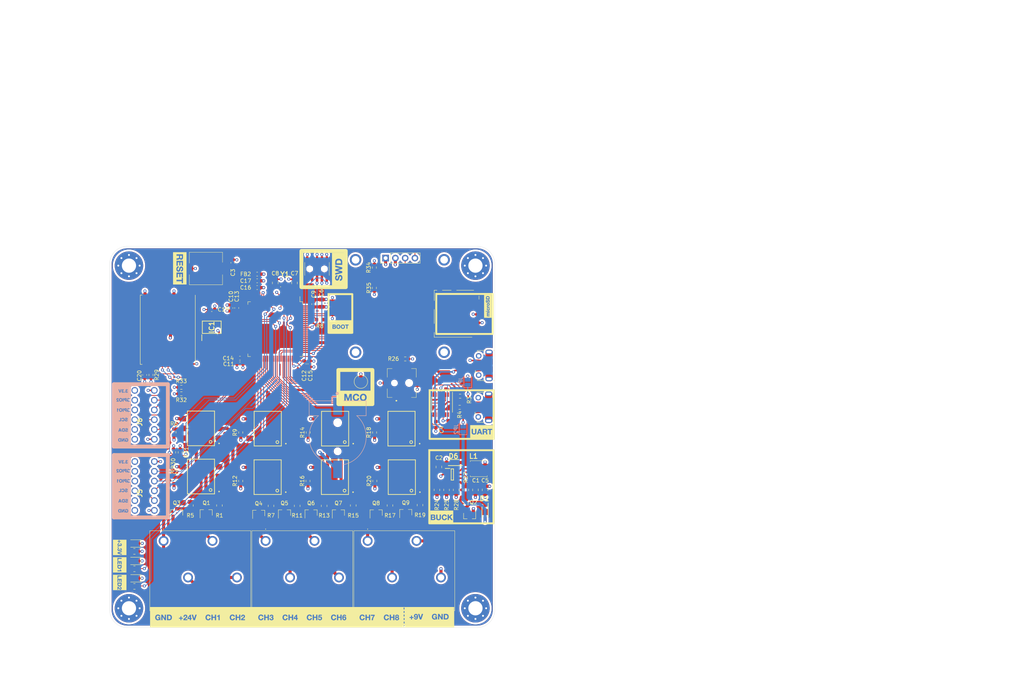
<source format=kicad_pcb>
(kicad_pcb (version 20211014) (generator pcbnew)
  (layers (0 "F.Cu" signal) (1 "In1.Cu" power "ground") (2 "In2.Cu" power "power") (31 "B.Cu" signal) (34 "B.Paste" user) (35 "F.Paste" user) (36 "B.SilkS" user "B.Silkscreen") (37 "F.SilkS" user "F.Silkscreen") (38 "B.Mask" user) (39 "F.Mask" user) (44 "Edge.Cuts" user))
  (net 0 "")
  (net 1 "+BATT")
  (net 2 "GND")
  (net 3 "BUCK_CONV_IN")
  (net 4 "BUCK_CONV_SW")
  (net 5 "STM32_nRESET")
  (net 6 "Net-(C4-Pad2)")
  (net 7 "+3V3")
  (net 8 "OSC32_IN")
  (net 9 "OSC32_OUT")
  (net 10 "+3.3VA")
  (net 11 "Net-(D2-Pad2)")
  (net 12 "Net-(D4-Pad2)")
  (net 13 "USB_FT230_DP-")
  (net 14 "Net-(R8-Pad2)")
  (net 15 "BUCK_CONV_BS")
  (net 18 "OCTOSPIM_P1_NCS")
  (net 19 "OCTOSPIM_P1_IO1")
  (net 20 "Net-(R29-Pad2)")
  (net 21 "OCTOSPIM_P1_IO2")
  (net 22 "OCTOSPIM_P1_CLK")
  (net 23 "OCTOSPIM_P1_IO3")
  (net 24 "WIFI_WAKEUP")
  (net 25 "SDMMC1_D2")
  (net 26 "SDMMC1_D3")
  (net 27 "USB_FT230_DP+")
  (net 28 "USB_DM-")
  (net 29 "USB_DP+")
  (net 30 "SDMMC1_CMD")
  (net 31 "SDMMC1_CK")
  (net 32 "SDMMC1_D0")
  (net 33 "SDMMC1_D1")
  (net 34 "+9V")
  (net 35 "SENSOR1_GPIO2")
  (net 36 "SENSOR1_GPIO1")
  (net 37 "I2C2_SCL")
  (net 38 "GND1")
  (net 39 "+24V")
  (net 40 "I2C2_SDA")
  (net 41 "CHANNEL1_24V")
  (net 42 "CHANNEL2_24V")
  (net 43 "CHANNEL3_24V")
  (net 44 "CHANNEL4_24V")
  (net 45 "CHANNEL5_24V")
  (net 46 "CHANNEL6_24V")
  (net 47 "CHANNEL7_24V")
  (net 48 "CHANNEL8_24V")
  (net 49 "SENSOR2_GPIO2")
  (net 50 "Net-(Q1-Pad3)")
  (net 51 "Net-(Q3-Pad3)")
  (net 52 "Net-(Q4-Pad3)")
  (net 53 "Net-(Q5-Pad3)")
  (net 54 "Net-(Q6-Pad3)")
  (net 55 "Net-(Q7-Pad3)")
  (net 56 "Net-(Q8-Pad3)")
  (net 57 "Net-(R1-Pad2)")
  (net 58 "SENSOR2_GPIO1")
  (net 59 "Net-(R3-Pad1)")
  (net 60 "Net-(R4-Pad1)")
  (net 61 "Net-(R5-Pad2)")
  (net 62 "I2C3_SCL")
  (net 63 "Net-(R7-Pad2)")
  (net 64 "BOOT")
  (net 65 "I2C3_SDA")
  (net 66 "Net-(R11-Pad2)")
  (net 67 "Net-(R13-Pad2)")
  (net 68 "BUCK_CONV_FB")
  (net 69 "Net-(R15-Pad2)")
  (net 70 "CHANNEL1_3V3")
  (net 71 "Net-(R17-Pad2)")
  (net 72 "CHANNEL2_3V3")
  (net 73 "Net-(R19-Pad2)")
  (net 74 "CHANNEL3_3V3")
  (net 75 "CHANNEL4_3V3")
  (net 76 "CHANNEL5_3V3")
  (net 77 "CHANNEL6_3V3")
  (net 78 "CHANNEL7_3V3")
  (net 79 "CHANNEL8_3V3")
  (net 80 "LED1")
  (net 81 "LED2")
  (net 82 "Net-(R26-Pad2)")
  (net 83 "I2C1_SDA")
  (net 84 "I2C1_SCL")
  (net 85 "JOYSTICK_RIGHT")
  (net 86 "JOYSTICK_UP")
  (net 87 "JOYSTICK_DOWN")
  (net 88 "JOYSTICK_CENTER")
  (net 89 "JOYSTICK_LEFT")
  (net 90 "SPI1_SCK")
  (net 91 "SPI1_MISO")
  (net 92 "SPI1_MOSI")
  (net 93 "WIFI_RESET")
  (net 94 "USART1_TX")
  (net 95 "USART1_RX")
  (net 96 "WIFI_UART_DOWNLOAD")
  (net 97 "Net-(Q9-Pad3)")
  (net 101 "OCTOSPIM_P1_IO0")
  (net 103 "JTMS_SWDIO")
  (net 104 "JTCK_SWCLK")
  (net 105 "JTDO_SWO")
  (net 106 "BUCK_CONV_EN")
  (net 108 "SPI1_NSS")
  (net 109 "UART4_TX")
  (net 110 "UART4_RX")
  (net 111 "MCO")
  (net 112 "Net-(D3-Pad2)")
  (net 179 "Net-(D1-Pad1)")
  (net 180 "+5V")
  (net 181 "Net-(U4-Pad12)")
  (net 182 "Net-(U4-Pad13)")
  (footprint "Capacitor_SMD:C_0805_2012Metric" (layer "F.Cu") (at 140.5 142.25 -90)
    (fp_text reference "C1")
    (fp_text value "10uF")
  )
  (footprint "Capacitor_SMD:C_0805_2012Metric" (layer "F.Cu") (at 131 136.3 90)
    (fp_text reference "C2")
    (fp_text value "10nF")
  )
  (footprint "Capacitor_SMD:C_0603_1608Metric" (layer "F.Cu") (at 77.5 83.25 90)
    (fp_text reference "C3")
    (fp_text value "100nF")
  )
  (footprint "Capacitor_SMD:C_0603_1608Metric" (layer "F.Cu") (at 130.2 125.3 90)
    (fp_text reference "C4")
    (fp_text value "100nF")
  )
  (footprint "Capacitor_SMD:C_0805_2012Metric" (layer "F.Cu") (at 143 142.25 -90)
    (fp_text reference "C5")
    (fp_text value "22uF")
  )
  (footprint "Capacitor_SMD:C_0805_2012Metric" (layer "F.Cu") (at 100.5 93.75 -90)
    (fp_text reference "C6")
    (fp_text value "10uF")
  )
  (footprint "Capacitor_SMD:C_0805_2012Metric" (layer "F.Cu") (at 93.5 88.5 -90)
    (fp_text reference "C7")
    (fp_text value "5.1pF")
  )
  (footprint "Capacitor_SMD:C_0603_1608Metric" (layer "F.Cu") (at 98.5 94 -90)
    (fp_text reference "C9")
    (fp_text value "100nF")
  )
  (footprint "Capacitor_SMD:C_0603_1608Metric" (layer "F.Cu") (at 77 95 90)
    (fp_text reference "C10")
    (fp_text value "100nF")
  )
  (footprint "Capacitor_SMD:C_0603_1608Metric" (layer "F.Cu") (at 79.325 109.5375 180)
    (fp_text reference "C11")
    (fp_text value "100nF")
  )
  (footprint "Capacitor_SMD:C_0603_1608Metric" (layer "F.Cu") (at 96 109.525 -90)
    (fp_text reference "C12")
    (fp_text value "100nF")
  )
  (footprint "Capacitor_SMD:C_0603_1608Metric" (layer "F.Cu") (at 78.5 95 90)
    (fp_text reference "C13")
    (fp_text value "100nF")
  )
  (footprint "Capacitor_SMD:C_0603_1608Metric" (layer "F.Cu") (at 79.325 108.0375 180)
    (fp_text reference "C14")
    (fp_text value "100nF")
  )
  (footprint "Capacitor_SMD:C_0603_1608Metric" (layer "F.Cu") (at 97.5 109.525 -90)
    (fp_text reference "C15")
    (fp_text value "100nF")
  )
  (footprint "Capacitor_SMD:C_0603_1608Metric" (layer "F.Cu") (at 83.8 89.7)
    (fp_text reference "C16")
    (fp_text value "1uF")
  )
  (footprint "Capacitor_SMD:C_0603_1608Metric" (layer "F.Cu") (at 83.8 87.95)
    (fp_text reference "C17")
    (fp_text value "100nF")
  )
  (footprint "Capacitor_SMD:C_0603_1608Metric" (layer "F.Cu") (at 72 95.4 180)
    (fp_text reference "C19")
    (fp_text value "100nF")
  )
  (footprint "Capacitor_SMD:C_0603_1608Metric" (layer "F.Cu") (at 54.6 112.4 -90)
    (fp_text reference "C20")
    (fp_text value "100nF")
  )
  (footprint "B5819W-TP:B5819W-TP" (layer "F.Cu") (at 143 148 -90)
    (fp_text reference "D1")
    (fp_text value "B5819W-TP" hide)
  )
  (footprint "LED_SMD:LED_0805_2012Metric" (layer "F.Cu") (at 51.91 160.712 180)
    (fp_text reference "D3" hide)
    (fp_text value "LED")
  )
  (footprint "LED_SMD:LED_0805_2012Metric" (layer "F.Cu") (at 51.93 165.226 180)
    (fp_text reference "D4" hide)
    (fp_text value "LED")
  )
  (footprint "MountingHole:MountingHole_3.7mm_Pad_Via" (layer "F.Cu") (at 50.5 84)
    (fp_text reference "H1" hide)
    (fp_text value "MountingHole_Pad")
  )
  (footprint "MountingHole:MountingHole_3.7mm_Pad_Via" (layer "F.Cu") (at 140.5 84)
    (fp_text reference "H2" hide)
    (fp_text value "MountingHole_Pad")
  )
  (footprint "MountingHole:MountingHole_3.7mm_Pad_Via" (layer "F.Cu") (at 50.5 173)
    (fp_text reference "H3" hide)
    (fp_text value "MountingHole_Pad")
  )
  (footprint "MountingHole:MountingHole_3.7mm_Pad_Via" (layer "F.Cu") (at 140.5 173)
    (fp_text reference "H4" hide)
    (fp_text value "MountingHole_Pad")
  )
  (footprint "GD25Q127CSIGR:GD25Q127CSIGR" (layer "F.Cu") (at 72 100 90)
    (fp_text reference "IC1")
    (fp_text value "GD25Q16CTIGR" hide)
  )
  (footprint "Molex-105017-0001:USB_Micro-B_Molex-105017-0001" (layer "F.Cu") (at 142.8 109.94 90)
    (fp_text reference "J1" hide)
    (fp_text value "USB_B_Mini")
  )
  (footprint "Molex-105017-0001:USB_Micro-B_Molex-105017-0001" (layer "F.Cu") (at 142.7 120.8 90)
    (fp_text reference "J2" hide)
    (fp_text value "USB_B_Mini")
  )
  (footprint "Harwin-M50-3610542:Harwin-M50-3610542R" (layer "F.Cu") (at 99.35 84.85 180)
    (fp_text reference "J4" hide)
    (fp_text value "SWD" hide)
  )
  (footprint "SSD1306_DISPLAY_MODULE:SSD1306_Display_Module" (layer "F.Cu") (at 120.861779 82.48822)
    (fp_text reference "J7" hide)
    (fp_text value "OLED")
  )
  (footprint "Phoenix-Contact-1017516:Phoenix-Contact-1017516" (layer "F.Cu") (at 59.5 155.5)
    (fp_text reference "J8" hide)
    (fp_text value "1017516" hide)
  )
  (footprint "Phoenix-Contact-1017516:Phoenix-Contact-1017516" (layer "F.Cu") (at 86 155.5)
    (fp_text reference "J9" hide)
    (fp_text value "1017516" hide)
  )
  (footprint "Phoenix-Contact-1017516:Phoenix-Contact-1017516" (layer "F.Cu") (at 112.5 155.5)
    (fp_text reference "J10" hide)
    (fp_text value "1017516" hide)
  )
  (footprint "Package_TO_SOT_SMD:SOT-23" (layer "F.Cu") (at 62.9 148.15 90)
    (fp_text reference "Q3")
    (fp_text value "BSS84")
  )
  (footprint "Package_TO_SOT_SMD:SOT-23" (layer "F.Cu") (at 84.2 148.3 90)
    (fp_text reference "Q4")
    (fp_text value "BSS84")
  )
  (footprint "Package_TO_SOT_SMD:SOT-23" (layer "F.Cu") (at 90.9 148.2 90)
    (fp_text reference "Q5")
    (fp_text value "BSS84")
  )
  (footprint "Package_TO_SOT_SMD:SOT-23" (layer "F.Cu") (at 97.8 148.2 90)
    (fp_text reference "Q6")
    (fp_text value "BSS84")
  )
  (footprint "Package_TO_SOT_SMD:SOT-23" (layer "F.Cu") (at 104.9 148.2 90)
    (fp_text reference "Q7")
    (fp_text value "BSS84")
  )
  (footprint "Resistor_SMD:R_0805_2012Metric" (layer "F.Cu") (at 74 146.3 90)
    (fp_text reference "R1")
    (fp_text value "4.7k")
  )
  (footprint "Resistor_SMD:R_0603_1608Metric" (layer "F.Cu") (at 62.2 139.779895 -90)
    (fp_text reference "R2")
    (fp_text value "10k")
  )
  (footprint "Resistor_SMD:R_0603_1608Metric" (layer "F.Cu") (at 136.51 117.9)
    (fp_text reference "R3")
    (fp_text value "27")
  )
  (footprint "Resistor_SMD:R_0603_1608Metric" (layer "F.Cu") (at 136.4 120.8)
    (fp_text reference "R4")
    (fp_text value "27")
  )
  (footprint "Resistor_SMD:R_0805_2012Metric" (layer "F.Cu") (at 66.45 146.3 90)
    (fp_text reference "R5")
    (fp_text value "4.7k")
  )
  (footprint "Resistor_SMD:R_0603_1608Metric" (layer "F.Cu") (at 62.2 127.279895 -90)
    (fp_text reference "R6")
    (fp_text value "10k")
  )
  (footprint "Resistor_SMD:R_0805_2012Metric" (layer "F.Cu") (at 87.4 146.4 90)
    (fp_text reference "R7")
    (fp_text value "4.7k")
  )
  (footprint "Resistor_SMD:R_0603_1608Metric" (layer "F.Cu") (at 100.08 98.01)
    (fp_text reference "R8")
    (fp_text value "10k")
  )
  (footprint "Resistor_SMD:R_0603_1608Metric" (layer "F.Cu") (at 79.55 127.339895 -90)
    (fp_text reference "R9")
    (fp_text value "10k")
  )
  (footprint "Resistor_SMD:R_0805_2012Metric" (layer "F.Cu") (at 51.9 158.22 180)
    (fp_text reference "R10" hide)
    (fp_text value "1k")
  )
  (footprint "Resistor_SMD:R_0805_2012Metric" (layer "F.Cu") (at 94.2 146.4 90)
    (fp_text reference "R11")
    (fp_text value "4.7k")
  )
  (footprint "Resistor_SMD:R_0603_1608Metric" (layer "F.Cu") (at 79.524715 139.938 -90)
    (fp_text reference "R12")
    (fp_text value "10k")
  )
  (footprint "Resistor_SMD:R_0805_2012Metric" (layer "F.Cu") (at 101.2 146.4 90)
    (fp_text reference "R13")
    (fp_text value "4.7k")
  )
  (footprint "Resistor_SMD:R_0603_1608Metric" (layer "F.Cu") (at 97.05 127.339895 -90)
    (fp_text reference "R14")
    (fp_text value "10k")
  )
  (footprint "Resistor_SMD:R_0805_2012Metric" (layer "F.Cu") (at 108.76 146.3 90)
    (fp_text reference "R15")
    (fp_text value "4.7k")
  )
  (footprint "Resistor_SMD:R_0603_1608Metric" (layer "F.Cu") (at 97 139.938 -90)
    (fp_text reference "R16")
    (fp_text value "10k")
  )
  (footprint "Resistor_SMD:R_0805_2012Metric" (layer "F.Cu") (at 118.3 146.3 90)
    (fp_text reference "R17")
    (fp_text value "4.7k")
  )
  (footprint "Resistor_SMD:R_0603_1608Metric" (layer "F.Cu") (at 114.3 127.339895 -90)
    (fp_text reference "R18")
    (fp_text value "10k")
  )
  (footprint "Resistor_SMD:R_0805_2012Metric" (layer "F.Cu") (at 126.1 146.2 90)
    (fp_text reference "R19")
    (fp_text value "4.7k")
  )
  (footprint "Resistor_SMD:R_0603_1608Metric" (layer "F.Cu") (at 114.374715 139.938 -90)
    (fp_text reference "R20")
    (fp_text value "10k")
  )
  (footprint "Resistor_SMD:R_0805_2012Metric" (layer "F.Cu") (at 51.91 162.744)
    (fp_text reference "R22" hide)
    (fp_text value "1k")
  )
  (footprint "Resistor_SMD:R_0805_2012Metric" (layer "F.Cu") (at 51.91 167.316)
    (fp_text reference "R23" hide)
    (fp_text value "1k")
  )
  (footprint "Resistor_SMD:R_0805_2012Metric" (layer "F.Cu") (at 130.5 142.25 90)
    (fp_text reference "R24")
    (fp_text value "49.9k")
  )
  (footprint "Resistor_SMD:R_0805_2012Metric" (layer "F.Cu") (at 133 142.25 -90)
    (fp_text reference "R25")
    (fp_text value "16.3k")
  )
  (footprint "Resistor_SMD:R_0603_1608Metric" (layer "F.Cu") (at 122.261779 108.23822 180)
    (fp_text reference "R26")
    (fp_text value "100")
  )
  (footprint "CNY17-4X009T:CNY17-4X009T" (layer "F.Cu") (at 69.2 138.779895 180)
    (fp_text reference "U1" hide)
    (fp_text value "CNY17-1")
  )
  (footprint "STM32L4S5VIT6X:LQFP-100_14x14mm_P0.5mm" (layer "F.Cu") (at 88.5 100.5 -90)
    (fp_text reference "U3" hide)
    (fp_text value "STM32L4S5VITx")
  )
  (footprint "Package_SO:SSOP-16_3.9x4.9mm_P0.635mm" (layer "F.Cu") (at 131.8 120.1 -90)
    (fp_text reference "U4" hide)
    (fp_text value "FT230XS-Interface_USB")
  )
  (footprint "CNY17-4X009T:CNY17-4X009T" (layer "F.Cu") (at 69.2 126.279895 180)
    (fp_text reference "U5" hide)
    (fp_text value "CNY17-1")
  )
  (footprint "CNY17-4X009T:CNY17-4X009T" (layer "F.Cu") (at 86.55 126.339895 180)
    (fp_text reference "U6" hide)
    (fp_text value "CNY17-1")
  )
  (footprint "CNY17-4X009T:CNY17-4X009T" (layer "F.Cu") (at 86.524715 138.938 180)
    (fp_text reference "U7" hide)
    (fp_text value "CNY17-1")
  )
  (footprint "CNY17-4X009T:CNY17-4X009T" (layer "F.Cu") (at 104.05 126.339895 180)
    (fp_text reference "U8" hide)
    (fp_text value "CNY17-1")
  )
  (footprint "CNY17-4X009T:CNY17-4X009T" (layer "F.Cu") (at 104 138.938 180)
    (fp_text reference "U9" hide)
    (fp_text value "CNY17-1")
  )
  (footprint "CNY17-4X009T:CNY17-4X009T" (layer "F.Cu") (at 121.3 126.339895 180)
    (fp_text reference "U10" hide)
    (fp_text value "CNY17-1")
  )
  (footprint "CNY17-4X009T:CNY17-4X009T" (layer "F.Cu") (at 121.374715 138.938 180)
    (fp_text reference "U11" hide)
    (fp_text value "CNY17-1")
  )
  (footprint "ECS-327-7-16-C-TR:ECS-327-7-16-C-TR" (layer "F.Cu") (at 91.05 89.5)
    (fp_text reference "Y1")
    (fp_text value "32.786kHz" hide)
  )
  (footprint "Package_TO_SOT_SMD:SOT-23" (layer "F.Cu") (at 70.55 148.15 90)
    (fp_text reference "Q1")
    (fp_text value "BSS84")
  )
  (footprint "Package_TO_SOT_SMD:SOT-23" (layer "F.Cu") (at 114.7 148.2 90)
    (fp_text reference "Q8")
    (fp_text value "BSS84")
  )
  (footprint "Package_TO_SOT_SMD:SOT-23" (layer "F.Cu") (at 139 149 -90)
    (fp_text reference "Q2")
    (fp_text value "BSS84")
  )
  (footprint "Molex-104031-0811:Molex-104031-0811" (layer "F.Cu") (at 135.604279 96.46572 -90)
    (fp_text reference "J3" hide)
    (fp_text value "Micro_SD_Card")
  )
  (footprint "AP3211KTR-G1:AP3211KTR-G1" (layer "F.Cu") (at 134.5 138.25)
    (fp_text reference "PS1" hide)
    (fp_text value "AP3211KTR-G1" hide)
  )
  (footprint "Resistor_SMD:R_0603_1608Metric" (layer "F.Cu") (at 114.25 89.8 90)
    (fp_text reference "R35")
    (fp_text value "2k2")
  )
  (footprint "TLS-A070-T3J-LFS:TLSA100JLFS" (layer "F.Cu") (at 70.5 84.75 180)
    (fp_text reference "S2" hide)
    (fp_text value "RESET" hide)
  )
  (footprint "Resistor_SMD:R_0603_1608Metric" (layer "F.Cu") (at 56.225 112.4 90)
    (fp_text reference "R29")
    (fp_text value "10K")
  )
  (footprint "Keystone-5019:Keystone-5019" (layer "F.Cu") (at 106.79 113.93 90)
    (fp_text reference "TP1" hide)
    (fp_text value "5019")
  )
  (footprint "Resistor_SMD:R_0805_2012Metric" (layer "F.Cu") (at 135.5 142.25 -90)
    (fp_text reference "R28")
    (fp_text value "68k")
  )
  (footprint "Silkscreen:UART" (layer "F.Cu") (at 142.18 127.18)
    (fp_text reference "G***" hide)
    (fp_text value "LOGO" hide)
  )
  (footprint "Silkscreen:LED1" (layer "F.Cu") (at 48.1 161.728 -90)
    (fp_text reference "G***" hide)
    (fp_text value "LOGO" hide)
  )
  (footprint "Silkscreen:microSD" (layer "F.Cu") (at 143.74 94.55 90)
    (fp_text reference "G***" hide)
    (fp_text value "LOGO" hide)
  )
  (footprint "Resistor_SMD:R_0603_1608Metric" (layer "F.Cu") (at 64.1 117.3 180)
    (fp_text reference "R32")
    (fp_text value "2k2")
  )
  (footprint "Silkscreen:SerialWireDebug" (layer "F.Cu") (at 105 84.9 90)
    (fp_text reference "G***" hide)
    (fp_text value "LOGO" hide)
  )
  (footprint "Capacitor_SMD:C_0805_2012Metric" (layer "F.Cu") (at 88.5 88.5 -90)
    (fp_text reference "C8")
    (fp_text value "5.1pF")
  )
  (footprint "ESP-WROOM-02U:ESP-WROOM-02U" (layer "F.Cu") (at 60.575 100.65 90)
    (fp_text reference "U12" hide)
    (fp_text value "ESP-WROOM-02U")
  )
  (footprint "Silkscreen:MCO" (layer "F.Cu") (at 109.18 118.23)
    (fp_text reference "G***" hide)
    (fp_text value "LOGO" hide)
  )
  (footprint "Resistor_SMD:R_0603_1608Metric" (layer "F.Cu") (at 63.8 132.5 -90)
    (fp_text reference "R31")
    (fp_text value "2k2")
  )
  (footprint "Inductor_SMD:L_0603_1608Metric" (layer "F.Cu") (at 83.8 86.2 180)
    (fp_text reference "FB2")
    (fp_text value "600 @ 100MHz")
  )
  (footprint "Silkscreen:ResetButton" (layer "F.Cu") (at 63.7 84.7 -90)
    (fp_text reference "G***" hide)
    (fp_text value "LOGO" hide)
  )
  (footprint "B5819W-TP:B5819W-TP" (layer "F.Cu") (at 134.8 135.15 180)
    (fp_text reference "D6")
    (fp_text value "B5819W-TP" hide)
  )
  (footprint "TDD01H0SB1R:TDD01H0SB1R" (layer "F.Cu") (at 105.35 94.95)
    (fp_text reference "S1" hide)
    (fp_text value "TDD01H0SB1R" hide)
  )
  (footprint "Silkscreen:BootSwitch" (layer "F.Cu") (at 105.38 99.92)
    (fp_text reference "G***" hide)
    (fp_text value "LOGO" hide)
  )
  (footprint "Silkscreen:Channel_Labels" (layer "F.Cu") (at 95.48 175.32)
    (fp_text reference "G***" hide)
    (fp_text value "LOGO" hide)
  )
  (footprint "SKRHABE010:SKRHABE010" (layer "F.Cu") (at 121.361779 114.48822 90)
    (fp_text reference "S3" hide)
    (fp_text value "SKRHABE010" hide)
  )
  (footprint "Silkscreen:BUCK" (layer "F.Cu") (at 131.73 149.37)
    (fp_text reference "G***" hide)
    (fp_text value "LOGO" hide)
  )
  (footprint "Resistor_SMD:R_0603_1608Metric" (layer "F.Cu") (at 62.1 132.5 90)
    (fp_text reference "R30")
    (fp_text value "2k2")
  )
  (footprint "TestPoint:TestPoint_Pad_D3.0mm" (layer "F.Cu") (at 110.74 114.12)
    (fp_text reference "TP2" hide)
    (fp_text value "TestPoint")
  )
  (footprint "Inductor_SMD:L_0805_2012Metric" (layer "F.Cu") (at 138 145.81 90)
    (fp_text reference "FB1" hide)
    (fp_text value "600 ohms @ 600 Mhz")
  )
  (footprint "Silkscreen:3V3" (layer "F.Cu") (at 48.1 157.2 -90)
    (fp_text reference "G***" hide)
    (fp_text value "LOGO" hide)
  )
  (footprint "TE-Connectivity-1-2834016-6:TE-Connectivity-1-2834016-6" (layer "F.Cu") (at 52 116.4 -90)
    (fp_text reference "J6")
    (fp_text value "1-2834016-6" hide)
  )
  (footprint "Silkscreen:LED2" (layer "F.Cu") (at 48.1 166.3 -90)
    (fp_text reference "G***" hide)
    (fp_text value "LOGO" hide)
  )
  (footprint "Resistor_SMD:R_0603_1608Metric" (layer "F.Cu") (at 64.1 115.6)
    (fp_text reference "R33")
    (fp_text value "2k2")
  )
  (footprint "Resistor_SMD:R_0603_1608Metric" (layer "F.Cu") (at 114.25 84.5 90)
    (fp_text reference "R34")
    (fp_text value "2k2")
  )
  (footprint "SRP0412-4R7K:SRP04124R7K" (layer "F.Cu") (at 141.35 136.75)
    (fp_text reference "L1")
    (fp_text value "4.7uH" hide)
  )
  (footprint "TE-Connectivity-1-2834016-6:TE-Connectivity-1-2834016-6" (layer "F.Cu") (at 52.02 134.88 -90)
    (fp_text reference "J5")
    (fp_text value "1-2834016-6" hide)
  )
  (footprint "Resistor_SMD:R_0805_2012Metric" (layer "F.Cu") (at 138 142.25 90)
    (fp_text reference "R27")
    (fp_text value "100k")
  )
  (footprint "LED_SMD:LED_0805_2012Metric" (layer "F.Cu") (at 51.9225 156.18 180)
    (fp_text reference "D2" hide)
    (fp_text value "LED")
  )
  (footprint "Package_TO_SOT_SMD:SOT-23" (layer "F.Cu") (at 122.4 148.1 90)
    (fp_text reference "Q9")
    (fp_text value "BSS84")
  )
  (footprint "Harwin-S8411-45R:Harwin-S8411-45R" (layer "B.Cu") (at 104.7 128.5)
    (fp_text reference "BT1" hide)
    (fp_text value "S8411-45R")
  )
  (footprint "Jumper:SolderJumper-2_P1.3mm_Open_Pad1.0x1.5mm" (layer "B.Cu") (at 137.3 126.5 -90)
    (fp_text reference "JP2")
    (fp_text value "Jumper_2_Open")
  )
  (footprint "Silkscreen:sensor" (layer "B.Cu") (at 49 141.4 180)
    (fp_text reference "G***" hide)
    (fp_text value "LOGO" hide)
  )
  (footprint "Silkscreen:sensor" (layer "B.Cu") (at 49 123 180)
    (fp_text reference "G***" hide)
    (fp_text value "LOGO" hide)
  )
  (footprint "Jumper:SolderJumper-2_P1.3mm_Open_Pad1.0x1.5mm" (layer "B.Cu") (at 138.5 114.3 -90)
    (fp_text reference "JP1")
    (fp_text value "Jumper_2_Open")
  )
  (gr_line (start 46.6 131) (end 46.6 114.8) (layer "B.SilkS") (width 1))
  (gr_line (start 46.6 149.4) (end 46.6 133.2) (layer "B.SilkS") (width 1))
  (gr_line (start 46.6 133.2) (end 60.6 133.2) (layer "B.SilkS") (width 1))
  (gr_line (start 60.6 131) (end 46.6 131) (layer "B.SilkS") (width 1))
  (gr_line (start 46.6 114.8) (end 60.6 114.8) (layer "B.SilkS") (width 1))
  (gr_line (start 60.6 114.8) (end 60.6 131) (layer "B.SilkS") (width 1))
  (gr_line (start 60.6 149.4) (end 46.6 149.4) (layer "B.SilkS") (width 1))
  (gr_line (start 60.6 133.2) (end 60.6 149.4) (layer "B.SilkS") (width 1))
  (gr_line (start 46.2 114.8) (end 46.6 114.8) (layer "B.SilkS") (width 0.12))
  (gr_rect (start 145.07 125.92) (end 143.62 126.04) (layer "F.SilkS") (width 0.12) (fill none))
  (gr_rect (start 145.24 129) (end 128.6 116.37) (layer "F.SilkS") (width 0.5) (fill none))
  (gr_rect (start 102.33 91.405) (end 108.51 101.445) (layer "F.SilkS") (width 0.5) (fill none))
  (gr_rect (start 128.51 131.94) (end 145.19 150.94) (layer "F.SilkS") (width 0.5) (fill none))
  (gr_rect (start 144.97 91.36) (end 130.32 101.75) (layer "F.SilkS") (width 0.5) (fill none))
  (gr_rect (start 104.89 119.975) (end 113.74 111.105) (layer "F.SilkS") (width 1) (fill none))
  (gr_rect (start 106.82 80.195) (end 95.29 89.595) (layer "F.SilkS") (width 1) (fill none))
  (gr_line (start 145.5 83.5) (end 145.5 173.5) (layer "Edge.Cuts") (width 0.05))
  (gr_arc (start 141 79) (mid 144.181981 80.318019) (end 145.5 83.5) (layer "Edge.Cuts") (width 0.05))
  (gr_line (start 45.5 173.5) (end 45.5 83.5) (layer "Edge.Cuts") (width 0.05))
  (gr_arc (start 50 178) (mid 46.818019 176.681981) (end 45.5 173.5) (layer "Edge.Cuts") (width 0.05))
  (gr_line (start 50 79) (end 141 79) (layer "Edge.Cuts") (width 0.05))
  (gr_line (start 141 178) (end 50 178) (layer "Edge.Cuts") (width 0.05))
  (gr_arc (start 45.5 83.5) (mid 46.818019 80.318019) (end 50 79) (layer "Edge.Cuts") (width 0.05))
  (gr_arc (start 145.5 173.5) (mid 144.181981 176.681981) (end 141 178) (layer "Edge.Cuts") (width 0.05))
  (segment (start 91.6 99.3) (end 91.6 96) (width 0.2) (layer "F.Cu") (net 1))
  (segment (start 92.4 100.1) (end 91.6 99.3) (width 0.2) (layer "F.Cu") (net 1))
  (segment (start 92 95.6) (end 91.6 96) (width 0.2) (layer "F.Cu") (net 1))
  (segment (start 92 92.825) (end 92 95.6) (width 0.2) (layer "F.Cu") (net 1))
  (via (at 92.4 100.1) (size 0.8) (drill 0.4) (layers "F.Cu" "B.Cu") (net 1))
  (segment (start 99.325 120.525) (end 92.4 113.6) (width 0.2) (layer "B.Cu") (net 1))
  (segment (start 104.7 120.525) (end 99.325 120.525) (width 0.2) (layer "B.Cu") (net 1))
  (segment (start 92.4 113.6) (end 92.4 100.1) (width 0.2) (layer "B.Cu") (net 1))
  (segment (start 99.35 82.85) (end 99.35 81.1) (width 0.25) (layer "F.Cu") (net 2))
  (segment (start 142.179279 98.86072) (end 142.224279 98.81572) (width 0.4) (layer "F.Cu") (net 2))
  (segment (start 68.0575 109.5425) (end 68.1 109.5) (width 0.4) (layer "F.Cu") (net 2))
  (segment (start 103.35 96.7) (end 103.35 97.73) (width 0.2) (layer "F.Cu") (net 2))
  (segment (start 110.74 112.16) (end 110.73 112.15) (width 0.8) (layer "F.Cu") (net 2))
  (segment (start 80.200105 123.799895) (end 80.2 123.8) (width 0.8) (layer "F.Cu") (net 2))
  (segment (start 85 91.36) (end 85.36 91) (width 0.2) (layer "F.Cu") (net 2))
  (segment (start 52.8475 160.712) (end 53.888 160.712) (width 0.4) (layer "F.Cu") (net 2))
  (segment (start 139.18 108.64) (end 139.14 108.64) (width 0.4) (layer "F.Cu") (net 2))
  (segment (start 97.5 110.3) (end 98.5 110.3) (width 0.25) (layer "F.Cu") (net 2))
  (segment (start 88.5 87.55) (end 88.95 87.55) (width 0.4) (layer "F.Cu") (net 2))
  (segment (start 100.62 81.12) (end 100.6 81.1) (width 0.25) (layer "F.Cu") (net 2))
  (segment (start 95.288276 110.3) (end 96 110.3) (width 0.2) (layer "F.Cu") (net 2))
  (segment (start 66.5 84.75) (end 67.75 84.75) (width 0.25) (layer "F.Cu") (net 2))
  (segment (start 96.81 82.85) (end 96.81 81.14) (width 0.25) (layer "F.Cu") (net 2))
  (segment (start 98.575 94.7) (end 98.5 94.775) (width 0.8) (layer "F.Cu") (net 2))
  (segment (start 80.825 106) (end 79.988276 106) (width 0.2) (layer "F.Cu") (net 2))
  (segment (start 96.175 95) (end 98.275 95) (width 0.25) (layer "F.Cu") (net 2))
  (segment (start 90 92.825) (end 90 94.79) (width 0.2) (layer "F.Cu") (net 2))
  (segment (start 115.76178 114.48822) (end 115.75 114.5) (width 0.2) (layer "F.Cu") (net 2))
  (segment (start 116.674715 136.398) (end 115.002 136.398) (width 0.8) (layer "F.Cu") (net 2))
  (segment (start 72.775 94.525) (end 72.8 94.5) (width 0.25) (layer "F.Cu") (net 2))
  (segment (start 55.72 147.58) (end 55.7 147.6) (width 0.4) (layer "F.Cu") (net 2))
  (segment (start 62.175 91.7575) (end 62.175 90.625) (width 0.4) (layer "F.Cu") (net 2))
  (segment (start 62.939895 123.739895) (end 62.9 123.7) (width 0.8) (layer "F.Cu") (net 2))
  (segment (start 92.05 87.55) (end 92 87.5) (width 0.4) (layer "F.Cu") (net 2))
  (segment (start 130.2 126.075) (end 130.2 127) (width 0.2) (layer "F.Cu") (net 2))
  (segment (start 98.275 95) (end 98.5 94.775) (width 0.25) (layer "F.Cu") (net 2))
  (segment (start 54.675 90.625) (end 54.65 90.6) (width 0.4) (layer "F.Cu") (net 2))
  (segment (start 99.35 123.799895) (end 97.700105 123.799895) (width 0.8) (layer "F.Cu") (net 2))
  (segment (start 117.161779 82.03822) (end 117.161779 83.721779) (width 0.8) (layer "F.Cu") (net 2))
  (segment (start 81.85 123.799895) (end 80.200105 123.799895) (width 0.8) (layer "F.Cu") (net 2))
  (segment (start 61.275 99.55) (end 61.275 102.725) (width 0.8) (layer "F.Cu") (net 2))
  (segment (start 103.35 97.73) (end 103.34 97.74) (width 0.2) (layer "F.Cu") (net 2))
  (segment (start 52.86 156.18) (end 53.902 156.18) (width 0.4) (layer "F.Cu") (net 2))
  (segment (start 54.6 114.09) (end 54.57 114.12) (width 0.4) (layer "F.Cu") (net 2))
  (segment (start 97.5 110.3) (end 96 110.3) (width 0.25) (layer "F.Cu") (net 2))
  (segment (start 143 143.2) (end 143 144.16) (width 0.8) (layer "F.Cu") (net 2))
  (segment (start 115.002 136.398) (end 115 136.4) (width 0.8) (layer "F.Cu") (net 2))
  (segment (start 93.5 87.55) (end 92.05 87.55) (width 0.4) (layer "F.Cu") (net 2))
  (segment (start 81.824715 136.398) (end 80.202 136.398) (width 0.8) (layer "F.Cu") (net 2))
  (segment (start 77 94.225) (end 78.5 94.225) (width 0.8) (layer "F.Cu") (net 2))
  (segment (start 90 94.79) (end 89.71 95.08) (width 0.2) (layer "F.Cu") (net 2))
  (segment (start 131.55 162.75) (end 131.54 162.74) (width 0.8) (layer "F.Cu") (net 2))
  (segment (start 79.988276 106) (end 78.55 107.438276) (width 0.2) (layer "F.Cu") (net 2))
  (segment (start 57.1 147.58) (end 55.72 147.58) (width 0.4) (layer "F.Cu") (net 2))
  (segment (start 56.715 129.625) (end 56.7 129.64) (width 0.2) (layer "F.Cu") (net 2))
  (segment (start 72.775 95.4) (end 72.775 94.525) (width 0.25) (layer "F.Cu") (net 2))
  (segment (start 139.95 147.15) (end 140 147.1) (width 0.8) (layer "F.Cu") (net 2))
  (segment (start 116.6 123.799895) (end 114.900105 123.799895) (width 0.8) (layer "F.Cu") (net 2))
  (segment (start 96.81 81.14) (end 96.85 81.1) (width 0.25) (layer "F.Cu") (net 2))
  (segment (start 57.6 129.625) (end 56.715 129.625) (width 0.2) (layer "F.Cu") (net 2))
  (segment (start 53.902 156.18) (end 53.942 156.14) (width 0.4) (layer "F.Cu") (net 2))
  (segment (start 77.5 82.475) (end 78.475 82.475) (width 0.25) (layer "F.Cu") (net 2))
  (segment (start 100.62 82.85) (end 100.62 81.12) (width 0.25) (layer "F.Cu") (net 2))
  (segment (start 140.23 108.64) (end 141.3375 108.64) (width 0.4) (layer "F.Cu") (net 2))
  (segment (start 57.08 129.1) (end 55.4 129.1) (width 0.4) (layer "F.Cu") (net 2))
  (segment (start 114.900105 123.799895) (end 114.9 123.8) (width 0.8) (layer "F.Cu") (net 2))
  (segment (start 117.311779 114.48822) (end 115.76178 114.48822) (width 0.2) (layer "F.Cu") (net 2))
  (segment (start 84.575 87.95) (end 85.48 87.95) (width 0.8) (layer "F.Cu") (net 2))
  (segment (start 131.95 138.25) (end 131.5 138.7) (width 0.4) (layer "F.Cu") (net 2))
  (segment (start 110.74 114.12) (end 110.74 112.16) (width 0.8) (layer "F.Cu") (net 2))
  (segment (start 85.5 92.825) (end 85.5 91.14) (width 0.2) (layer "F.Cu") (net 2))
  (segment (start 89.95 87.55) (end 90 87.5) (width 0.4) (layer "F.Cu") (net 2))
  (segment (start 78.55 108.0375) (end 78.55 109.5375) (width 0.2) (layer "F.Cu") (net 2))
  (segment (start 139.95 148) (end 139.95 147.15) (width 0.8) (layer "F.Cu") (net 2))
  (segment (start 80.202 136.398) (end 80.2 136.4) (width 0.8) (layer "F.Cu") (net 2))
  (segment (start 135.5 143.1625) (end 135.5 144.2) (width 0.8) (layer "F.Cu") (net 2))
  (segment (start 78.55 107.438276) (end 78.55 108.0375) (width 0.2) (layer "F.Cu") (net 2))
  (segment (start 94 108.175) (end 94 109.011724) (width 0.2) (layer "F.Cu") (net 2))
  (segment (start 73.905 101.205) (end 73.6 100.9) (width 0.4) (layer "F.Cu") (net 2))
  (segment (start 94 109.011724) (end 95.288276 110.3) (width 0.2) (layer "F.Cu") (net 2))
  (segment (start 64.5 123.739895) (end 62.939895 123.739895) (width 0.8) (layer "F.Cu") (net 2))
  (segment (start 78.55 109.5375) (end 78.55 110.49) (width 0.2) (layer "F.Cu") (net 2))
  (segment (start 73.905 102.712) (end 73.905 101.205) (width 0.4) (layer "F.Cu") (net 2))
  (segment (start 141.054279 98.86072) (end 142.179279 98.86072) (width 0.4) (layer "F.Cu") (net 2))
  (segment (start 76.025 94.225) (end 76 94.25) (width 0.8) (layer "F.Cu") (net 2))
  (segment (start 54.675 91.7575) (end 54.675 90.625) (width 0.4) (layer "F.Cu") (net 2))
  (segment (start 66.675 109.5425) (end 68.0575 109.5425) (width 0.4) (layer "F.Cu") (net 2))
  (segment (start 133 143.1625) (end 133 144.2) (width 0.8) (layer "F.Cu") (net 2))
  (segment (start 125.411779 116.108221) (end 125.4 116.12) (width 0.2) (layer "F.Cu") (net 2))
  (segment (start 78.475 82.475) (end 78.5 82.5) (width 0.25) (layer "F.Cu") (net 2))
  (segment (start 62.939895 136.239895) (end 62.9 136.2) (width 0.8) (layer "F.Cu") (net 2))
  (segment (start 140.5 143.2) (end 140.5 144.2) (width 0.8) (layer "F.Cu") (net 2))
  (segment (start 53.874 165.226) (end 53.9 165.2) (width 0.4) (layer "F.Cu") (net 2))
  (segment (start 97.702 136.398) (end 97.7 136.4) (width 0.8) (layer "F.Cu") (net 2))
  (segment (start 54.6 113.175) (end 54.6 114.09) (width 0.4) (layer "F.Cu") (net 2))
  (segment (start 84.575 89.7) (end 85.47 89.7) (width 0.8) (layer "F.Cu") (net 2))
  (segment (start 139.18 108.64) (end 141.3375 108.64) (width 0.4) (layer "F.Cu") (net 2))
  (segment (start 62.175 90.625) (end 62.2 90.6) (width 0.4) (layer "F.Cu") (net 2))
  (segment (start 78.55 108.0375) (end 78.325 107.8125) (width 0.2) (layer "F.Cu") (net 2))
  (segment (start 85 92.825) (end 85 91.36) (width 0.2) (layer "F.Cu") (net 2))
  (segment (start 101.7 94.7) (end 101.75 94.75) (width 0.8) (layer "F.Cu") (net 2))
  (segment (start 53.888 160.712) (end 53.9 160.7) (width 0.4) (layer "F.Cu") (net 2))
  (segment (start 64.5 136.239895) (end 62.939895 136.239895) (width 0.8) (layer "F.Cu") (net 2))
  (segment (start 80.825 95) (end 79.275 95) (width 0.2) (layer "F.Cu") (net 2))
  (segment (start 97.700105 123.799895) (end 97.7 123.8) (width 0.8) (layer "F.Cu") (net 2))
  (segment (start 100.5 94.7) (end 101.7 94.7) (width 0.8) (layer "F.Cu") (net 2))
  (segment (start 100.5 94.7) (end 98.575 94.7) (width 0.8) (layer "F.Cu") (net 2))
  (segment (start 131.55 165) (end 131.55 162.75) (width 0.8) (layer "F.Cu") (net 2))
  (segment (start 61.275 102.725) (end 61.25 102.75) (width 0.8) (layer "F.Cu") (net 2))
  (segment (start 85.47 89.7) (end 85.48 89.71) (width 0.8) (layer "F.Cu") (net 2))
  (segment (start 88.5 87.55) (end 89.95 87.55) (width 0.4) (layer "F.Cu") (net 2))
  (segment (start 133.25 138.25) (end 131.95 138.25) (width 0.4) (layer "F.Cu") (net 2))
  (segment (start 52.8675 165.226) (end 53.874 165.226) (width 0.4) (layer "F.Cu") (net 2))
  (segment (start 85.5 91.14) (end 85.36 91) (width 0.2) (layer "F.Cu") (net 2))
  (segment (start 125.411779 114.48822) (end 125.411779 116.108221) (width 0.2) (layer "F.Cu") (net 2))
  (segment (start 79.275 95) (end 78.5 94.225) (width 0.2) (layer "F.Cu") (net 2))
  (segment (start 117.161779 83.721779) (end 117.17 83.73) (width 0.8) (layer "F.Cu") (net 2))
  (segment (start 99.3 136.398) (end 97.702 136.398) (width 0.8) (layer "F.Cu") (net 2))
  (segment (start 139.14 108.64) (end 139.1 108.6) (width 0.4) (layer "F.Cu") (net 2))
  (segment (start 77 94.225) (end 76.025 94.225) (width 0.8) (layer "F.Cu") (net 2))
  (segment (start 133 135.15) (end 133 134.25) (width 0.4) (layer "F.Cu") (net 2))
  (via (at 114.9 123.8) (size 0.8) (drill 0.4) (layers "F.Cu" "B.Cu") (net 2))
  (via (at 100.07 132.49) (size 0.8) (drill 0.4) (layers "F.Cu" "B.Cu") (net 2))
  (via (at 68.1 109.5) (size 0.8) (drill 0.4) (layers "F.Cu" "B.Cu") (net 2))
  (via (at 85.48 87.95) (size 0.8) (drill 0.4) (layers "F.Cu" "B.Cu") (net 2))
  (via (at 67.75 84.75) (size 0.8) (drill 0.4) (layers "F.Cu" "B.Cu") (net 2))
  (via (at 73.6 100.9) (size 0.8) (drill 0.4) (layers "F.Cu" "B.Cu") (net 2))
  (via (at 72.8 94.5) (size 0.8) (drill 0.4) (layers "F.Cu" "B.Cu") (net 2))
  (via (at 117.17 83.73) (size 0.8) (drill 0.4) (layers "F.Cu" "B.Cu") (net 2))
  (via (at 62.2 90.6) (size 0.8) (drill 0.4) (layers "F.Cu" "B.Cu") (net 2))
  (via (at 80.2 136.4) (size 0.8) (drill 0.4) (layers "F.Cu" "B.Cu") (net 2))
  (via (at 90 87.5) (size 0.8) (drill 0.4) (layers "F.Cu" "B.Cu") (net 2))
  (via (at 53.9 160.7) (size 0.8) (drill 0.4) (layers "F.Cu" "B.Cu") (net 2))
  (via (at 78.5 82.5) (size 0.8) (drill 0.4) (layers "F.Cu" "B.Cu") (net 2))
  (via (at 110.73 112.15) (size 0.8) (drill 0.4) (layers "F.Cu" "B.Cu") (net 2))
  (via (at 61.25 102.75) (size 0.8) (drill 0.4) (layers "F.Cu" "B.Cu") (net 2))
  (via (at 98.5 110.3) (size 0.8) (drill 0.4) (layers "F.Cu" "B.Cu") (net 2))
  (via (at 130.2 127) (size 0.8) (drill 0.4) (layers "F.Cu" "B.Cu") (net 2))
  (via (at 76 94.25) (size 0.8) (drill 0.4) (layers "F.Cu" "B.Cu") (net 2))
  (via (at 99.35 81.1) (size 0.8) (drill 0.4) (layers "F.Cu" "B.Cu") (net 2))
  (via (at 53.942 156.14) (size 0.8) (drill 0.4) (layers "F.Cu" "B.Cu") (net 2))
  (via (at 62.9 136.2) (size 0.8) (drill 0.4) (layers "F.Cu" "B.Cu") (net 2))
  (via (at 53.9 165.2) (size 0.8) (drill 0.4) (layers "F.Cu" "B.Cu") (net 2))
  (via (at 140.5 144.2) (size 0.8) (drill 0.4) (layers "F.Cu" "B.Cu") (net 2))
  (via (at 80.2 123.8) (size 0.8) (drill 0.4) (layers "F.Cu" "B.Cu") (net 2))
  (via (at 54.57 114.12) (size 0.8) (drill 0.4) (layers "F.Cu" "B.Cu") (net 2))
  (via (at 78.55 110.49) (size 0.8) (drill 0.4) (layers "F.Cu" "B.Cu") (net 2))
  (via (at 115 136.4) (size 0.8) (drill 0.4) (layers "F.Cu" "B.Cu") (net 2))
  (via (at 97.7 123.8) (size 0.8) (drill 0.4) (layers "F.Cu" "B.Cu") (net 2))
  (via (at 103.34 97.74) (size 0.8) (drill 0.4) (layers "F.Cu" "B.Cu") (net 2))
  (via (at 97.7 136.4) (size 0.8) (drill 0.4) (layers "F.Cu" "B.Cu") (net 2))
  (via (at 125.4 116.12) (size 0.8) (drill 0.4) (layers "F.Cu" "B.Cu") (net 2))
  (via (at 140 147.1) (size 0.8) (drill 0.4) (layers "F.Cu" "B.Cu") (net 2))
  (via (at 96.85 81.1) (size 0.8) (drill 0.4) (layers "F.Cu" "B.Cu") (net 2))
  (via (at 85.48 89.71) (size 0.8) (drill 0.4) (layers "F.Cu" "B.Cu") (net 2))
  (via (at 133 144.2) (size 0.8) (drill 0.4) (layers "F.Cu" "B.Cu") (net 2))
  (via (at 139.1 108.6) (size 0.8) (drill 0.4) (layers "F.Cu" "B.Cu") (net 2))
  (via (at 89.71 95.08) (size 0.8) (drill 0.4) (layers "F.Cu" "B.Cu") (net 2))
  (via (at 131.54 162.74) (size 0.8) (drill 0.4) (layers "F.Cu" "B.Cu") (net 2))
  (via (at 85.36 91) (size 0.8) (drill 0.4) (layers "F.Cu" "B.Cu") (net 2))
  (via (at 133 134.25) (size 0.8) (drill 0.4) (layers "F.Cu" "B.Cu") (net 2))
  (via (at 135.5 144.2) (size 0.8) (drill 0.4) (layers "F.Cu" "B.Cu") (net 2))
  (via (at 54.65 90.6) (size 0.8) (drill 0.4) (layers "F.Cu" "B.Cu") (net 2))
  (via (at 101.75 94.75) (size 0.8) (drill 0.4) (layers "F.Cu" "B.Cu") (net 2))
  (via (at 55.7 147.6) (size 0.8) (drill 0.4) (layers "F.Cu" "B.Cu") (net 2))
  (via (at 142.224279 98.81572) (size 0.8) (drill 0.4) (layers "F.Cu" "B.Cu") (net 2))
  (via (at 92 87.5) (size 0.8) (drill 0.4) (layers "F.Cu" "B.Cu") (net 2))
  (via (at 62.9 123.7) (size 0.8) (drill 0.4) (layers "F.Cu" "B.Cu") (net 2))
  (via (at 143 144.16) (size 0.8) (drill 0.4) (layers "F.Cu" "B.Cu") (net 2))
  (via (at 100.6 81.1) (size 0.8) (drill 0.4) (layers "F.Cu" "B.Cu") (net 2))
  (via (at 115.75 114.5) (size 0.8) (drill 0.4) (layers "F.Cu" "B.Cu") (net 2))
  (via (at 138.5 112.7) (size 0.8) (drill 0.4) (layers "F.Cu" "B.Cu") (net 2))
  (via (at 55.4 129.1) (size 0.8) (drill 0.4) (layers "F.Cu" "B.Cu") (net 2))
  (via (at 131.5 138.7) (size 0.8) (drill 0.4) (layers "F.Cu" "B.Cu") (net 2))
  (segment (start 104.505 136.925) (end 100.07 132.49) (width 0.8) (layer "B.Cu") (net 2))
  (segment (start 138.5 113.65) (end 138.5 112.7) (width 0.4) (layer "B.Cu") (net 2))
  (segment (start 104.7 136.925) (end 104.505 136.925) (width 0.8) (layer "B.Cu") (net 2))
  (segment (start 140.5 141.3) (end 137.45 138.25) (width 0.4) (layer "F.Cu") (net 3))
  (segment (start 138.5875 143.1625) (end 140.45 141.3) (width 0.4) (layer "F.Cu") (net 3))
  (segment (start 138 143.1625) (end 138.5875 143.1625) (width 0.4) (layer "F.Cu") (net 3))
  (segment (start 140.45 141.3) (end 140.5 141.3) (width 0.4) (layer "F.Cu") (net 3))
  (segment (start 137.45 138.25) (end 135.75 138.25) (width 0.4) (layer "F.Cu") (net 3))
  (segment (start 138 144.7475) (end 138 143.1625) (width 0.8) (layer "F.Cu") (net 3))
  (segment (start 135.75 136) (end 131.65 136) (width 0.4) (layer "F.Cu") (net 4))
  (segment (start 137 136.75) (end 139.7 136.75) (width 0.4) (layer "F.Cu") (net 4))
  (segment (start 135.75 137.3) (end 136.45 137.3) (width 0.4) (layer "F.Cu") (net 4))
  (segment (start 131.65 136) (end 131 135.35) (width 0.4) (layer "F.Cu") (net 4))
  (segment (start 136.45 137.3) (end 137 136.75) (width 0.4) (layer "F.Cu") (net 4))
  (segment (start 135.75 136) (end 136.6 135.15) (width 0.4) (layer "F.Cu") (net 4))
  (segment (start 135.75 137.3) (end 135.75 136) (width 0.4) (layer "F.Cu") (net 4))
  (segment (start 86.5 84.8) (end 86.5 86.3) (width 0.25) (layer "F.Cu") (net 5))
  (segment (start 86.6 85.45) (end 86.5 85.55) (width 0.2) (layer "F.Cu") (net 5))
  (segment (start 86.5 89.75) (end 88 91.25) (width 0.25) (layer "F.Cu") (net 5))
  (segment (start 94.25 85.45) (end 86.6 85.45) (width 0.2) (layer "F.Cu") (net 5))
  (segment (start 86.5 86.3) (end 86.5 87) (width 0.25) (layer "F.Cu") (net 5))
  (segment (start 86.5 85.55) (end 86.5 89.75) (width 0.25) (layer "F.Cu") (net 5))
  (segment (start 76.775 84.75) (end 77.5 84.025) (width 0.25) (layer "F.Cu") (net 5))
  (segment (start 74.5 84.75) (end 76.775 84.75) (width 0.25) (layer "F.Cu") (net 5))
  (segment (start 96.81 86.85) (end 95.65 86.85) (width 0.2) (layer "F.Cu") (net 5))
  (segment (start 95.65 86.85) (end 94.25 85.45) (width 0.2) (layer "F.Cu") (net 5))
  (segment (start 88 91.25) (end 88 92.825) (width 0.25) (layer "F.Cu") (net 5))
  (segment (start 85.725 84.025) (end 86.5 84.8) (width 0.25) (layer "F.Cu") (net 5))
  (segment (start 77.5 84.025) (end 85.725 84.025) (width 0.25) (layer "F.Cu") (net 5))
  (segment (start 86.5 84.8) (end 86.5 85.55) (width 0.25) (layer "F.Cu") (net 5))
  (segment (start 130.8475 120.9525) (end 130.8475 121.4475) (width 0.2) (layer "F.Cu") (net 6))
  (segment (start 130.7 121.3) (end 130.8475 121.4475) (width 0.2) (layer "F.Cu") (net 6))
  (segment (start 130.8475 121.4475) (end 130.8475 122.7) (width 0.2) (layer "F.Cu") (net 6))
  (segment (start 132.7525 119.0475) (end 130.8475 120.9525) (width 0.2) (layer "F.Cu") (net 6))
  (segment (start 130.2 124.525) (end 130.2 122.7125) (width 0.2) (layer "F.Cu") (net 6))
  (segment (start 130.2125 122.7) (end 130.2125 121.4875) (width 0.2) (layer "F.Cu") (net 6))
  (segment (start 130.4 121.3) (end 130.7 121.3) (width 0.2) (layer "F.Cu") (net 6))
  (segment (start 130.2125 121.4875) (end 130.4 121.3) (width 0.2) (layer "F.Cu") (net 6))
  (segment (start 132.7525 117.5) (end 132.7525 119.0475) (width 0.2) (layer "F.Cu") (net 6))
  (segment (start 130.2 122.7125) (end 130.2125 122.7) (width 0.2) (layer "F.Cu") (net 6))
  (segment (start 54.6 111.625) (end 54.6 109.6175) (width 0.4) (layer "F.Cu") (net 7))
  (segment (start 98.925 92.8) (end 98.5 93.225) (width 0.8) (layer "F.Cu") (net 7))
  (segment (start 80.1 108.0375) (end 80.1 109.5375) (width 0.2) (layer "F.Cu") (net 7))
  (segment (start 93.5 107.25) (end 93.75 107) (width 0.2) (layer "F.Cu") (net 7))
  (segment (start 97 140.763) (end 97 141.938) (width 0.8) (layer "F.Cu") (net 7))
  (segment (start 101.89 82.85) (end 101.89 81.14) (width 0.25) (layer "F.Cu") (net 7))
  (segment (start 144.16 141.3) (end 144.18 141.32) (width 0.8) (layer "F.Cu") (net 7))
  (segment (start 114.3 128.164895) (end 114.3 129.339895) (width 0.8) (layer "F.Cu") (net 7))
  (segment (start 77 95.775) (end 78.5 95.775) (width 0.8) (layer "F.Cu") (net 7))
  (segment (start 101.7 92.8) (end 101.75 92.75) (width 0.8) (layer "F.Cu") (net 7))
  (segment (start 70.095 96.53) (end 71.225 95.4) (width 0.25) (layer "F.Cu") (net 7))
  (segment (start 62.1 131.675) (end 62.1 130.8) (width 0.4) (layer "F.Cu") (net 7))
  (segment (start 80.825 106.5) (end 80.825 107.3125) (width 0.2) (layer "F.Cu") (net 7))
  (segment (start 114.25 90.625) (end 114.25 91.5) (width 0.2) (layer "F.Cu") (net 7))
  (segment (start 63.275 115.6) (end 62.3 115.6) (width 0.4) (layer "F.Cu") (net 7))
  (segment (start 141.054279 96.66072) (end 139.969279 96.66072) (width 0.4) (layer "F.Cu") (net 7))
  (segment (start 76.025 95.775) (end 76 95.75) (width 0.8) (layer "F.Cu") (net 7))
  (segment (start 56.225 113.225) (end 56.225 114.135) (width 0.4) (layer "F.Cu") (net 7))
  (segment (start 96 108.75) (end 95.075 108.75) (width 0.25) (layer "F.Cu") (net 7))
  (segment (start 114.25 83.675) (end 114.25 82.75) (width 0.2) (layer "F.Cu") (net 7))
  (segment (start 52.8125 158.22) (end 53.89 158.22) (width 0.4) (layer "F.Cu") (net 7))
  (segment (start 123.086779 108.23822) (end 124.161779 108.23822) (width 0.2) (layer "F.Cu") (net 7))
  (segment (start 94.3 107) (end 94.5 107.2) (width 0.2) (layer "F.Cu") (net 7))
  (segment (start 56.225 114.135) (end 56.22 114.14) (width 0.4) (layer "F.Cu") (net 7))
  (segment (start 58.68 134.88) (end 58.7 134.9) (width 0.4) (layer "F.Cu") (net 7))
  (segment (start 57.1 134.88) (end 58.68 134.88) (width 0.4) (layer "F.Cu") (net 7))
  (segment (start 84.5875 86.2) (end 85.51 86.2) (width 0.8) (layer "F.Cu") (net 7))
  (segment (start 101.89 81.14) (end 101.85 81.1) (width 0.25) (layer "F.Cu") (net 7))
  (segment (start 103.35 93.2) (end 103.35 92.3) (width 0.2) (layer "F.Cu") (net 7))
  (segment (start 130.5 143.1625) (end 130.5 144.2) (width 0.8) (layer "F.Cu") (net 7))
  (segment (start 77 95.775) (end 76.025 95.775) (width 0.8) (layer "F.Cu") (net 7))
  (segment (start 93.5 108.175) (end 93.5 107.25) (width 0.2) (layer "F.Cu") (net 7))
  (segment (start 79.55 128.164895) (end 79.55 129.339895) (width 0.8) (layer "F.Cu") (net 7))
  (segment (start 80.825 107.3125) (end 80.1 108.0375) (width 0.2) (layer "F.Cu") (net 7))
  (segment (start 79.25 95.5) (end 78.975 95.775) (width 0.2) (layer "F.Cu") (net 7))
  (segment (start 62.2 140.604895) (end 62.2 141.779895) (width 0.8) (layer "F.Cu") (net 7))
  (segment (start 114.374715 140.763) (end 114.374715 141.938) (width 0.8) (layer "F.Cu") (net 7))
  (segment (start 97.5 108.75) (end 96 108.75) (width 0.25) (layer "F.Cu") (net 7))
  (segment (start 94.5 107.2) (end 94.5 108.175) (width 0.2) (layer "F.Cu") (net 7))
  (segment (start 96.175 94.5) (end 97.225 94.5) (width 0.25) (layer "F.Cu") (net 7))
  (segment (start 63.8 131.675) (end 63.8 130.8) (width 0.4) (layer "F.Cu") (net 7))
  (segment (start 100.5 92.8) (end 101.7 92.8) (width 0.8) (layer "F.Cu") (net 7))
  (segment (start 98.45 108.75) (end 98.5 108.8) (width 0.25) (layer "F.Cu") (net 7))
  (segment (start 119.701779 82.03822) (end 119.701779 83.728221) (width 0.8) (layer "F.Cu") (net 7))
  (segment (start 100.5 92.8) (end 98.925 92.8) (width 0.8) (layer "F.Cu") (net 7))
  (segment (start 89.5 91.58) (end 88.86 90.94) (width 0.2) (layer "F.Cu") (net 7))
  (segment (start 62.2 128.104895) (end 62.2 129.279895) (width 0.8) (layer "F.Cu") (net 7))
  (segment (start 95.075 108.75) (end 94.5 108.175) (width 0.25) (layer "F.Cu") (net 7))
  (segment (start 143 141.3) (end 144.16 141.3) (width 0.8) (layer "F.Cu") (net 7))
  (segment (start 79.524715 140.763) (end 79.524715 141.938) (width 0.8) (layer "F.Cu") (net 7))
  (segment (start 143 136.75) (end 143 135) (width 0.8) (layer "F.Cu") (net 7))
  (segment (start 139.969279 96.66072) (end 139.924279 96.61572) (width 0.4) (layer "F.Cu") (net 7))
  (segment (start 85.51 86.2) (end 85.52 86.21) (width 0.8) (layer "F.Cu") (net 7))
  (segment (start 80.1 109.5375) (end 80.1 110.5) (width 0.2) (layer "F.Cu") (net 7))
  (segment (start 89.5 92.825) (end 89.5 91.58) (width 0.2) (layer "F.Cu") (net 7))
  (segment (start 57.08 116.4) (end 55.5 116.4) (width 0.4) (layer "F.Cu") (net 7))
  (segment (start 119.701779 83.728221) (end 119.68 83.75) (width 0.8) (layer "F.Cu") (net 7))
  (segment (start 63.275 117.3) (end 62.3 117.3) (width 0.4) (layer "F.Cu") (net 7))
  (segment (start 97.5 108.75) (end 98.45 108.75) (width 0.25) (layer "F.Cu") (net 7))
  (segment (start 70.095 97.288) (end 70.095 96.53) (width 0.25) (layer "F.Cu") (net 7))
  (segment (start 93.75 107) (end 94.3 107) (width 0.2) (layer "F.Cu") (net 7))
  (segment (start 53.89 158.22) (end 53.91 158.2) (width 0.4) (layer "F.Cu") (net 7))
  (segment (start 71.225 95.4) (end 70 95.4) (width 0.25) (layer "F.Cu") (net 7))
  (segment (start 80.825 95.5) (end 79.25 95.5) (width 0.2) (layer "F.Cu") (net 7))
  (segment (start 54.6 109.6175) (end 54.675 109.5425) (width 0.4) (layer "F.Cu") (net 7))
  (segment (start 97.225 94.5) (end 98.5 93.225) (width 0.25) (layer "F.Cu") (net 7))
  (segment (start 78.775 95.5) (end 78.5 95.775) (width 0.2) (layer "F.Cu") (net 7))
  (segment (start 97.05 128.164895) (end 97.05 129.339895) (width 0.8) (layer "F.Cu") (net 7))
  (segment (start 54.625 111.625) (end 56.225 113.225) (width 0.4) (layer "F.Cu") (net 7))
  (segment (start 54.6 111.625) (end 54.625 111.625) (width 0.4) (layer "F.Cu") (net 7))
  (segment (start 78.975 95.775) (end 78.5 95.775) (width 0.2) (layer "F.Cu") (net 7))
  (via (at 97.05 129.339895) (size 0.8) (drill 0.4) (layers "F.Cu" "B.Cu") (net 7))
  (via (at 63.8 130.8) (size 0.8) (drill 0.4) (layers "F.Cu" "B.Cu") (net 7))
  (via (at 62.1 130.8) (size 0.8) (drill 0.4) (layers "F.Cu" "B.Cu") (net 7))
  (via (at 62.2 129.279895) (size 0.8) (drill 0.4) (layers "F.Cu" "B.Cu") (net 7))
  (via (at 130.5 144.2) (size 0.8) (drill 0.4) (layers "F.Cu" "B.Cu") (net 7))
  (via (at 114.374715 141.938) (size 0.8) (drill 0.4) (layers "F.Cu" "B.Cu") (net 7))
  (via (at 79.524715 141.938) (size 0.8) (drill 0.4) (layers "F.Cu" "B.Cu") (net 7))
  (via (at 56.22 114.14) (size 0.8) (drill 0.4) (layers "F.Cu" "B.Cu") (net 7))
  (via (at 88.86 90.94) (size 0.8) (drill 0.4) (layers "F.Cu" "B.Cu") (net 7))
  (via (at 62.3 117.3) (size 0.8) (drill 0.4) (layers "F.Cu" "B.Cu") (net 7))
  (via (at 114.25 82.75) (size 0.8) (drill 0.4) (layers "F.Cu" "B.Cu") (net 7))
  (via (at 80.1 110.5) (size 0.8) (drill 0.4) (layers "F.Cu" "B.Cu") (net 7))
  (via (at 124.161779 108.23822) (size 0.8) (drill 0.4) (layers "F.Cu" "B.Cu") (net 7))
  (via (at 114.25 91.5) (size 0.8) (drill 0.4) (layers "F.Cu" "B.Cu") (net 7))
  (via (at 114.3 129.339895) (size 0.8) (drill 0.4) (layers "F.Cu" "B.Cu") (net 7))
  (via (at 55.5 116.4) (size 0.8) (drill 0.4) (layers "F.Cu" "B.Cu") (net 7))
  (via (at 62.2 141.779895) (size 0.8) (drill 0.4) (layers "F.Cu" "B.Cu") (net 7))
  (via (at 76 95.75) (size 0.8) (drill 0.4) (layers "F.Cu" "B.Cu") (net 7))
  (via (at 101.75 92.75) (size 0.8) (drill 0.4) (layers "F.Cu" "B.Cu") (net 7))
  (via (at 53.91 158.2) (size 0.8) (drill 0.4) (layers "F.Cu" "B.Cu") (net 7))
  (via (at 101.85 81.1) (size 0.8) (drill 0.4) (layers "F.Cu" "B.Cu") (net 7))
  (via (at 103.35 92.3) (size 0.8) (drill 0.4) (layers "F.Cu" "B.Cu") (net 7))
  (via (at 139.924279 96.61572) (size 0.8) (drill 0.4) (layers "F.Cu" "B.Cu") (net 7))
  (via (at 144.18 141.32) (size 0.8) (drill 0.4) (layers "F.Cu" "B.Cu") (net 7))
  (via (at 79.55 129.339895) (size 0.8) (drill 0.4) (layers "F.Cu" "B.Cu") (net 7))
  (via (at 58.7 134.9) (size 0.8) (drill 0.4) (layers "F.Cu" "B.Cu") (net 7))
  (via (at 85.52 86.21) (size 0.8) (drill 0.4) (layers "F.Cu" "B.Cu") (net 7))
  (via (at 97 141.938) (size 0.8) (drill 0.4) (layers "F.Cu" "B.Cu") (net 7))
  (via (at 119.68 83.75) (size 0.8) (drill 0.4) (layers "F.Cu" "B.Cu") (net 7))
  (via (at 70 95.4) (size 0.8) (drill 0.4) (layers "F.Cu" "B.Cu") (net 7))
  (via (at 62.3 115.6) (size 0.8) (drill 0.4) (layers "F.Cu" "B.Cu") (net 7))
  (via (at 98.5 108.8) (size 0.8) (drill 0.4) (layers "F.Cu" "B.Cu") (net 7))
  (via (at 143 135) (size 0.8) (drill 0.4) (layers "F.Cu" "B.Cu") (net 7))
  (segment (start 91.6 89.5) (end 91.6 90.4) (width 0.2) (layer "F.Cu") (net 8))
  (segment (start 93.5 89.45) (end 91.65 89.45) (width 0.4) (layer "F.Cu") (net 8))
  (segment (start 91.6 90.4) (end 91 91) (width 0.2) (layer "F.Cu") (net 8))
  (segment (start 91 91) (end 91 92.825) (width 0.2) (layer "F.Cu") (net 8))
  (segment (start 91.65 89.45) (end 91.6 89.5) (width 0.4) (layer "F.Cu") (net 8))
  (segment (start 90.5 89.5) (end 90.5 92.825) (width 0.2) (layer "F.Cu") (net 9))
  (segment (start 90.45 89.45) (end 90.5 89.5) (width 0.4) (layer "F.Cu") (net 9))
  (segment (start 88.5 89.45) (end 90.45 89.45) (width 0.4) (layer "F.Cu") (net 9))
  (segment (start 84.2 91.3) (end 84 91.5) (width 0.25) (layer "F.Cu") (net 10))
  (segment (start 83.0125 87.9375) (end 83.025 87.95) (width 0.4) (layer "F.Cu") (net 10))
  (segment (start 83.025 87.95) (end 83.025 89.7) (width 0.4) (layer "F.Cu") (net 10))
  (segment (start 84.5 92.825) (end 84.5 91.3) (width 0.25) (layer "F.Cu") (net 10))
  (segment (start 84 91.5) (end 84 92.825) (width 0.25) (layer "F.Cu") (net 10))
  (segment (start 84.5 90.9) (end 83.9 90.3) (width 0.25) (layer "F.Cu") (net 10))
  (segment (start 84.5 91.3) (end 84.2 91.3) (width 0.25) (layer "F.Cu") (net 10))
  (segment (start 83.9 90.3) (end 83.5 90.3) (width 0.25) (layer "F.Cu") (net 10))
  (segment (start 83.5 90.3) (end 83.025 89.825) (width 0.25) (layer "F.Cu") (net 10))
  (segment (start 83.025 89.825) (end 83.025 89.7) (width 0.25) (layer "F.Cu") (net 10))
  (segment (start 83.3 89.975) (end 83.025 89.7) (width 0.2) (layer "F.Cu") (net 10))
  (segment (start 83.0125 86.2) (end 83.0125 87.9375) (width 0.4) (layer "F.Cu") (net 10))
  (segment (start 84.5 91.3) (end 84.5 90.9) (width 0.25) (layer "F.Cu") (net 10))
  (segment (start 50.9875 156.1825) (end 50.985 156.18) (width 0.4) (layer "F.Cu") (net 11))
  (segment (start 50.9875 158.22) (end 50.9875 156.1825) (width 0.4) (layer "F.Cu") (net 11))
  (segment (start 50.9975 167.316) (end 50.9975 165.231) (width 0.4) (layer "F.Cu") (net 12))
  (segment (start 50.9975 165.231) (end 50.9925 165.226) (width 0.4) (layer "F.Cu") (net 12))
  (segment (start 137.875 121.45) (end 141.2375 121.45) (width 0.2) (layer "F.Cu") (net 13))
  (segment (start 137.875 121.45) (end 137.225 120.8) (width 0.2) (layer "F.Cu") (net 13))
  (segment (start 101.96 98.01) (end 102.51 98.56) (width 0.2) (layer "F.Cu") (net 14))
  (segment (start 100.905 98.01) (end 101.96 98.01) (width 0.2) (layer "F.Cu") (net 14))
  (segment (start 106.25 98.56) (end 107.35 97.46) (width 0.2) (layer "F.Cu") (net 14))
  (segment (start 102.51 98.56) (end 106.25 98.56) (width 0.2) (layer "F.Cu") (net 14))
  (segment (start 107.35 94.95) (end 107.35 97.46) (width 0.2) (layer "F.Cu") (net 14))
  (segment (start 131.05 137.3) (end 131 137.25) (width 0.4) (layer "F.Cu") (net 15))
  (segment (start 133.25 137.3) (end 131.05 137.3) (width 0.4) (layer "F.Cu") (net 15))
  (segment (start 81 92.3) (end 81.525 92.825) (width 0.2) (layer "F.Cu") (net 18))
  (segment (start 69.2 92.3) (end 81 92.3) (width 0.2) (layer "F.Cu") (net 18))
  (segment (start 68.2 102.2) (end 68.2 93.3) (width 0.2) (layer "F.Cu") (net 18))
  (segment (start 68.712 102.712) (end 68.2 102.2) (width 0.2) (layer "F.Cu") (net 18))
  (segment (start 81.525 92.825) (end 82.5 92.825) (width 0.2) (layer "F.Cu") (net 18))
  (segment (start 70.095 102.712) (end 68.712 102.712) (width 0.2) (layer "F.Cu") (net 18))
  (segment (start 68.2 93.3) (end 69.2 92.3) (width 0.2) (layer "F.Cu") (net 18))
  (segment (start 68.2 93.3) (end 68.9 92.6) (width 0.2) (layer "F.Cu") (net 18))
  (segment (start 74.7 103.5) (end 74.2 104) (width 0.2) (layer "F.Cu") (net 19))
  (segment (start 73.7 104) (end 72.2155 104) (width 0.2) (layer "F.Cu") (net 19))
  (segment (start 76.7 99) (end 74.7 101) (width 0.2) (layer "F.Cu") (net 19))
  (segment (start 74.2 104) (end 73.7 104) (width 0.2) (layer "F.Cu") (net 19))
  (segment (start 80.825 99) (end 76.7 99) (width 0.2) (layer "F.Cu") (net 19))
  (segment (start 74.7 101) (end 74.7 103.5) (width 0.2) (layer "F.Cu") (net 19))
  (segment (start 72.2155 104) (end 71.365 103.1495) (width 0.2) (layer "F.Cu") (net 19))
  (segment (start 71.365 102.712) (end 71.365 103.1495) (width 0.25) (layer "F.Cu") (net 19))
  (segment (start 56.225 109.5925) (end 56.175 109.5425) (width 0.4) (layer "F.Cu") (net 20))
  (segment (start 56.225 111.575) (end 56.225 109.5925) (width 0.4) (layer "F.Cu") (net 20))
  (segment (start 74.950481 99.649519) (end 73 99.64952) (width 0.2) (layer "F.Cu") (net 21))
  (segment (start 72.635 100.01452) (end 72.635 102.712) (width 0.2) (layer "F.Cu") (net 21))
  (segment (start 73 99.64952) (end 72.635 100.01452) (width 0.2) (layer "F.Cu") (net 21))
  (segment (start 80.825 97.5) (end 77.1 97.5) (width 0.2) (layer "F.Cu") (net 21))
  (segment (start 72.635 102.712) (end 72.635 102.2745) (width 0.25) (layer "F.Cu") (net 21))
  (segment (start 77.1 97.5) (end 74.950481 99.649519) (width 0.2) (layer "F.Cu") (net 21))
  (segment (start 74.9 98.3) (end 74.9 93.3) (width 0.2) (layer "F.Cu") (net 22))
  (segment (start 72.635 98.235) (end 73.1 98.7) (width 0.2) (layer "F.Cu") (net 22))
  (segment (start 72.635 97.288) (end 72.635 98.235) (width 0.2) (layer "F.Cu") (net 22))
  (segment (start 74.9 93.3) (end 75.45 92.75) (width 0.2) (layer "F.Cu") (net 22))
  (segment (start 74.5 98.7) (end 74.9 98.3) (width 0.2) (layer "F.Cu") (net 22))
  (segment (start 80.825 93.225) (end 80.825 94.5) (width 0.2) (layer "F.Cu") (net 22))
  (segment (start 75.45 92.75) (end 80.35 92.75) (width 0.2) (layer "F.Cu") (net 22))
  (segment (start 73.1 98.7) (end 74.5 98.7) (width 0.2) (layer "F.Cu") (net 22))
  (segment (start 80.35 92.75) (end 80.825 93.225) (width 0.2) (layer "F.Cu") (net 22))
  (segment (start 71.365 97.288) (end 71.365 97.68962) (width 0.25) (layer "F.Cu") (net 23))
  (segment (start 74.75 99.25) (end 77 97) (width 0.2) (layer "F.Cu") (net 23))
  (segment (start 71.365 97.68962) (end 72.92538 99.25) (width 0.2) (layer "F.Cu") (net 23))
  (segment (start 72.92538 99.25) (end 74.75 99.25) (width 0.2) (layer "F.Cu") (net 23))
  (segment (start 77 97) (end 80.825 97) (width 0.2) (layer "F.Cu") (net 23))
  (segment (start 75.89952 104.065486) (end 74.765006 105.2) (width 0.2) (layer "F.Cu") (net 24))
  (segment (start 74.5 105.2) (end 70 105.2) (width 0.2) (layer "F.Cu") (net 24))
  (segment (start 65.5 100.7) (end 65.5 99) (width 0.2) (layer "F.Cu") (net 24))
  (segment (start 56.175 91.7575) (end 56.175 92.05) (width 0.2) (layer "F.Cu") (net 24))
  (segment (start 75.89952 101.80048) (end 75.89952 104.065486) (width 0.2) (layer "F.Cu") (net 24))
  (segment (start 80.825 100.5) (end 77.2 100.5) (width 0.2) (layer "F.Cu") (net 24))
  (segment (start 74.765006 105.2) (end 74.5 105.2) (width 0.2) (layer "F.Cu") (net 24))
  (segment (start 70 105.2) (end 65.5 100.7) (width 0.2) (layer "F.Cu") (net 24))
  (segment (start 56.175 92.05) (end 57.2625 93.1375) (width 0.2) (layer "F.Cu") (net 24))
  (segment (start 59.6375 93.1375) (end 57.2625 93.1375) (width 0.2) (layer "F.Cu") (net 24))
  (segment (start 65.5 99) (end 59.6375 93.1375) (width 0.2) (layer "F.Cu") (net 24))
  (segment (start 77.2 100.5) (end 75.89952 101.80048) (width 0.2) (layer "F.Cu") (net 24))
  (segment (start 139.27928 93.36072) (end 135.54 97.1) (width 0.2) (layer "F.Cu") (net 25))
  (segment (start 135.54 97.1) (end 112.9 97.1) (width 0.2) (layer "F.Cu") (net 25))
  (segment (start 141.054279 93.36072) (end 139.27928 93.36072) (width 0.2) (layer "F.Cu") (net 25))
  (segment (start 112.9 97.1) (end 104.5 105.5) (width 0.2) (layer "F.Cu") (net 25))
  (segment (start 104.5 105.5) (end 96.175 105.5) (width 0.2) (layer "F.Cu") (net 25))
  (segment (start 112.5 96.7) (end 104.2 105) (width 0.2) (layer "F.Cu") (net 26))
  (segment (start 141.054279 94.46072) (end 141.97928 94.46072) (width 0.2) (layer "F.Cu") (net 26))
  (segment (start 139.74 92.3) (end 135.34 96.7) (width 0.2) (layer "F.Cu") (net 26))
  (segment (start 142.54 92.9) (end 141.94 92.3) (width 0.2) (layer "F.Cu") (net 26))
  (segment (start 135.34 96.7) (end 112.5 96.7) (width 0.2) (layer "F.Cu") (net 26))
  (segment (start 104.2 105) (end 96.175 105) (width 0.2) (layer "F.Cu") (net 26))
  (segment (start 141.97928 94.46072) (end 142.54 93.9) (width 0.2) (layer "F.Cu") (net 26))
  (segment (start 142.54 93.9) (end 142.54 92.9) (width 0.2) (layer "F.Cu") (net 26))
  (segment (start 141.94 92.3) (end 139.74 92.3) (width 0.2) (layer "F.Cu") (net 26))
  (segment (start 137.335 118.935) (end 139.2 120.8) (width 0.2) (layer "F.Cu") (net 27))
  (segment (start 139.2 120.8) (end 141.2375 120.8) (width 0.2) (layer "F.Cu") (net 27))
  (segment (start 137.335 118.935) (end 137.335 117.9) (width 0.2) (layer "F.Cu") (net 27))
  (segment (start 101 113.75) (end 105.50048 109.24952) (width 0.2) (layer "F.Cu") (net 28))
  (segment (start 140.23 110.59) (end 141.3375 110.59) (width 0.2) (layer "F.Cu") (net 28))
  (segment (start 110.40048 109.24952) (end 114.95 104.7) (width 0.2) (layer "F.Cu") (net 28))
  (segment (start 92 112.850362) (end 92.899639 113.75) (width 0.2) (layer "F.Cu") (net 28))
  (segment (start 92 108.175) (end 92 112.850362) (width 0.2) (layer "F.Cu") (net 28))
  (segment (start 114.95 104.7) (end 126.87 104.7) (width 0.2) (layer "F.Cu") (net 28))
  (segment (start 105.50048 109.24952) (end 110.40048 109.24952) (width 0.2) (layer "F.Cu") (net 28))
  (segment (start 128.71 106.54) (end 128.71 108.74) (width 0.2) (layer "F.Cu") (net 28))
  (segment (start 128.71 108.74) (end 130.56 110.59) (width 0.2) (layer "F.Cu") (net 28))
  (segment (start 130.56 110.59) (end 141.3375 110.59) (width 0.2) (layer "F.Cu") (net 28))
  (segment (start 92.899639 113.75) (end 101 113.75) (width 0.2) (layer "F.Cu") (net 28))
  (segment (start 126.87 104.7) (end 128.71 106.54) (width 0.2) (layer "F.Cu") (net 28))
  (segment (start 130.56 110.59) (end 137.38 110.59) (width 0.2) (layer "F.Cu") (net 28))
  (segment (start 130.82 109.94) (end 141.3375 109.94) (width 0.2) (layer "F.Cu") (net 29))
  (segment (start 129.21 106.31) (end 129.21 108.33) (width 0.2) (layer "F.Cu") (net 29))
  (segment (start 110.15 108.85) (end 114.78 104.22) (width 0.2) (layer "F.Cu") (net 29))
  (segment (start 129.21 108.33) (end 130.82 109.94) (width 0.2) (layer "F.Cu") (net 29))
  (segment (start 114.78 104.22) (end 127.12 104.22) (width 0.2) (layer "F.Cu") (net 29))
  (segment (start 93 113.25) (end 100.75 113.25) (width 0.2) (layer "F.Cu") (net 29))
  (segment (start 105.15 108.85) (end 110.15 108.85) (width 0.2) (layer "F.Cu") (net 29))
  (segment (start 92.5 108.5) (end 92.5 108.175) (width 0.25) (layer "F.Cu") (net 29))
  (segment (start 92.5 112.75) (end 93 113.25) (width 0.2) (layer "F.Cu") (net 29))
  (segment (start 130.82 109.94) (end 137.295006 109.94) (width 0.2) (layer "F.Cu") (net 29))
  (segment (start 140.23 109.94) (end 141.3375 109.94) (width 0.2) (layer "F.Cu") (net 29))
  (segment (start 100.75 113.25) (end 105.15 108.85) (width 0.2) (layer "F.Cu") (net 29))
  (segment (start 127.12 104.22) (end 129.21 106.31) (width 0.2) (layer "F.Cu") (net 29))
  (segment (start 92.5 108.175) (end 92.5 112.75) (width 0.2) (layer "F.Cu") (net 29))
  (segment (start 135.14 96.3) (end 112.05 96.3) (width 0.2) (layer "F.Cu") (net 30))
  (segment (start 105.35 103) (end 96.175 103) (width 0.2) (layer "F.Cu") (net 30))
  (segment (start 143.14 94.3) (end 143.14 90.5) (width 0.2) (layer "F.Cu") (net 30))
  (segment (start 139.14 92.3) (end 135.14 96.3) (width 0.2) (layer "F.Cu") (net 30))
  (segment (start 142.14 89.5) (end 139.74 89.5) (width 0.2) (layer "F.Cu") (net 30))
  (segment (start 139.14 90.1) (end 139.14 92.3) (width 0.2) (layer "F.Cu") (net 30))
  (segment (start 141.87928 95.56072) (end 143.14 94.3) (width 0.2) (layer "F.Cu") (net 30))
  (segment (start 143.14 90.5) (end 142.14 89.5) (width 0.2) (layer "F.Cu") (net 30))
  (segment (start 112.05 96.3) (end 105.35 103) (width 0.2) (layer "F.Cu") (net 30))
  (segment (start 139.74 89.5) (end 139.14 90.1) (width 0.2) (layer "F.Cu") (net 30))
  (segment (start 141.054279 95.56072) (end 141.87928 95.56072) (width 0.2) (layer "F.Cu") (net 30))
  (segment (start 141.804279 97.76072) (end 141.054279 97.76072) (width 0.2) (layer "F.Cu") (net 31))
  (segment (start 143.54 90.3) (end 143.54 96.024999) (width 0.2) (layer "F.Cu") (net 31))
  (segment (start 142.34 89.1) (end 143.54 90.3) (width 0.2) (layer "F.Cu") (net 31))
  (segment (start 96.175 104.5) (end 94.9 104.5) (width 0.2) (layer "F.Cu") (net 31))
  (segment (start 134.94 95.9) (end 111.7 95.9) (width 0.2) (layer "F.Cu") (net 31))
  (segment (start 94.6 104.2) (end 94.6 102.8) (width 0.2) (layer "F.Cu") (net 31))
  (segment (start 134.94 95.9) (end 138.74 92.1) (width 0.2) (layer "F.Cu") (net 31))
  (segment (start 138.74 89.9) (end 139.54 89.1) (width 0.2) (layer "F.Cu") (net 31))
  (segment (start 111.7 95.9) (end 105.1 102.5) (width 0.2) (layer "F.Cu") (net 31))
  (segment (start 143.54 96.024999) (end 141.804279 97.76072) (width 0.2) (layer "F.Cu") (net 31))
  (segment (start 138.74 92.1) (end 138.74 89.9) (width 0.2) (layer "F.Cu") (net 31))
  (segment (start 105.1 102.5) (end 108.65 98.95) (width 0.2) (layer "F.Cu") (net 31))
  (segment (start 96.175 102.5) (end 105.1 102.5) (width 0.2) (layer "F.Cu") (net 31))
  (segment (start 94.6 102.8) (end 94.9 102.5) (width 0.2) (layer "F.Cu") (net 31))
  (segment (start 94.9 104.5) (end 94.6 104.2) (width 0.2) (layer "F.Cu") (net 31))
  (segment (start 139.54 89.1) (end 142.34 89.1) (width 0.2) (layer "F.Cu") (net 31))
  (segment (start 94.9 102.5) (end 96.175 102.5) (width 0.2) (layer "F.Cu") (net 31))
  (segment (start 131.54 101.7) (end 115.23 101.7) (width 0.2) (layer "F.Cu") (net 32))
  (segment (start 141.054279 99.96072) (end 133.27928 99.96072) (width 0.2) (layer "F.Cu") (net 32))
  (segment (start 90 106) (end 89.5 106.5) (width 0.2) (layer "F.Cu") (net 32))
  (segment (start 115.23 101.7) (end 115.22952 101.70048) (width 0.2) (layer "F.Cu") (net 32))
  (segment (start 133.27928 99.96072) (end 131.54 101.7) (width 0.2) (layer "F.Cu") (net 32))
  (segment (start 98.8 106) (end 96.175 106) (width 0.2) (layer "F.Cu") (net 32))
  (segment (start 109.1 101.7) (end 104.8 106) (width 0.2) (layer "F.Cu") (net 32))
  (segment (start 104.8 106) (end 96.175 106) (width 0.2) (layer "F.Cu") (net 32))
  (segment (start 115.23 101.7) (end 109.1 101.7) (width 0.2) (layer "F.Cu") (net 32))
  (segment (start 89.5 106.5) (end 89.5 108.175) (width 0.2) (layer "F.Cu") (net 32))
  (segment (start 96.175 106) (end 90 106) (width 0.2) (layer "F.Cu") (net 32))
  (segment (start 90.4 106.4) (end 90 106.8) (width 0.2) (layer "F.Cu") (net 33))
  (segment (start 103.765006 107.6) (end 95.465006 107.6) (width 0.2) (layer "F.Cu") (net 33))
  (segment (start 109.265006 102.1) (end 103.765006 107.6) (width 0.2) (layer "F.Cu") (net 33))
  (segment (start 132.82928 101.01072) (end 131.74 102.1) (width 0.2) (layer "F.Cu") (net 33))
  (segment (start 95.465006 107.6) (end 94.265006 106.4) (width 0.2) (layer "F.Cu") (net 33))
  (segment (start 90 106.8) (end 90 108.175) (width 0.2) (layer "F.Cu") (net 33))
  (segment (start 141.054279 101.01072) (end 132.82928 101.01072) (width 0.2) (layer "F.Cu") (net 33))
  (segment (start 103.765006 107.6) (end 99.4 107.6) (width 0.2) (layer "F.Cu") (net 33))
  (segment (start 94.265006 106.4) (end 90.4 106.4) (width 0.2) (layer "F.Cu") (net 33))
  (segment (start 131.74 102.1) (end 109.265006 102.1) (width 0.2) (layer "F.Cu") (net 33))
  (segment (start 125.2 155.5) (end 134.81 155.5) (width 0.8) (layer "F.Cu") (net 34))
  (segment (start 139 151.31) (end 134.81 155.5) (width 0.8) (layer "F.Cu") (net 34))
  (segment (start 139 150) (end 139 151.31) (width 0.8) (layer "F.Cu") (net 34))
  (segment (start 82.3 98.5) (end 80.825 98.5) (width 0.2) (layer "F.Cu") (net 35))
  (segment (start 87.3 98.5) (end 88.6 99.8) (width 0.2) (layer "F.Cu") (net 35))
  (segment (start 82.3 98.5) (end 87.3 98.5) (width 0.2) (layer "F.Cu") (net 35))
  (via (at 88.6 99.8) (size 0.8) (drill 0.4) (layers "F.Cu" "B.Cu") (net 35))
  (segment (start 63.98 137.42) (end 57.1 137.42) (width 0.2) (layer "B.Cu") (net 35))
  (segment (start 64.4 137) (end 64.3 137.1) (width 0.2) (layer "B.Cu") (net 35))
  (segment (start 64.3 137.1) (end 63.98 137.42) (width 0.2) (layer "B.Cu") (net 35))
  (segment (start 88.6 99.8) (end 88.6 112.8) (width 0.2) (layer "B.Cu") (net 35))
  (segment (start 88.6 112.8) (end 64.3 137.1) (width 0.2) (layer "B.Cu") (net 35))
  (segment (start 83.4 98) (end 88.7 98) (width 0.2) (layer "F.Cu") (net 36))
  (segment (start 83.4 98) (end 80.825 98) (width 0.2) (layer "F.Cu") (net 36))
  (segment (start 88.7 98) (end 89.6 98.9) (width 0.2) (layer "F.Cu") (net 36))
  (segment (start 57.6 139.775) (end 56.685 139.775) (width 0.2) (layer "F.Cu") (net 36))
  (segment (start 56.685 139.775) (end 56.65 139.74) (width 0.2) (layer "F.Cu") (net 36))
  (via (at 89.6 98.9) (size 0.8) (drill 0.4) (layers "F.Cu" "B.Cu") (net 36))
  (segment (start 89.6 114.1) (end 82.6 121.1) (width 0.2) (layer "B.Cu") (net 36))
  (segment (start 82.6 121.1) (end 80.8 121.1) (width 0.2) (layer "B.Cu") (net 36))
  (segment (start 61.94 139.96) (end 57.1 139.96) (width 0.2) (layer "B.Cu") (net 36))
  (segment (start 80.8 121.1) (end 61.94 139.96) (width 0.2) (layer "B.Cu") (net 36))
  (segment (start 89.6 98.9) (end 89.6 114.1) (width 0.2) (layer "B.Cu") (net 36))
  (segment (start 64.925 115.6) (end 68.2 115.6) (width 0.2) (layer "F.Cu") (net 37))
  (segment (start 57.6 114.4) (end 56.97502 115.02498) (width 0.2) (layer "F.Cu") (net 37))
  (segment (start 63.725 114.4) (end 57.6 114.4) (width 0.2) (layer "F.Cu") (net 37))
  (segment (start 54.92 124.02) (end 57.08 124.02) (width 0.2) (layer "F.Cu") (net 37))
  (segment (start 56.97502 115.02498) (end 54.67502 115.02498) (width 0.2) (layer "F.Cu") (net 37))
  (segment (start 57.6 124.575) (end 56.685 124.575) (width 0.2) (layer "F.Cu") (net 37))
  (segment (start 56.685 124.575) (end 56.68 124.57) (width 0.2) (layer "F.Cu") (net 37))
  (segment (start 53.9 115.8) (end 53.9 123) (width 0.2) (layer "F.Cu") (net 37))
  (segment (start 54.67502 115.02498) (end 53.9 115.8) (width 0.2) (layer "F.Cu") (net 37))
  (segment (start 78.8 105) (end 68.2 115.6) (width 0.2) (layer "F.Cu") (net 37))
  (segment (start 53.9 123) (end 54.92 124.02) (width 0.2) (layer "F.Cu") (net 37))
  (segment (start 80.825 105) (end 78.8 105) (width 0.2) (layer "F.Cu") (net 37))
  (segment (start 64.925 115.6) (end 63.725 114.4) (width 0.2) (layer "F.Cu") (net 37))
  (segment (start 94.25 141.5) (end 96.25 143.5) (width 0.8) (layer "F.Cu") (net 38))
  (segment (start 122.39 167.05) (end 122.39 153.21) (width 0.8) (layer "F.Cu") (net 38))
  (segment (start 110.46 126.339895) (end 110.5 126.379895) (width 0.8) (layer "F.Cu") (net 38))
  (segment (start 123.410105 126.339895) (end 126 126.339895) (width 0.8) (layer "F.Cu") (net 38))
  (segment (start 77.5 127.75) (end 76.029895 126.279895) (width 0.8) (layer "F.Cu") (net 38))
  (segment (start 73.9 126.279895) (end 74.01412 126.279895) (width 0.8) (layer "F.Cu") (net 38))
  (segment (start 73.9 138.779895) (end 74.025 138.779895) (width 0.8) (layer "F.Cu") (net 38))
  (segment (start 113.75 143.75) (end 118.75 143.75) (width 0.8) (layer "F.Cu") (net 38))
  (segment (start 64.75 144) (end 61.5 144) (width 0.8) (layer "F.Cu") (net 38))
  (segment (start 94.25 127.379895) (end 94.25 138.379895) (width 0.8) (layer "F.Cu") (net 38))
  (segment (start 93.21 126.339895) (end 91.25 126.339895) (width 0.8) (layer "F.Cu") (net 38))
  (segment (start 111.25 127.129895) (end 111.25 138.129895) (width 0.8) (layer "F.Cu") (net 38))
  (segment (start 122.39 153.21) (end 128.8 146.8) (width 0.8) (layer "F.Cu") (net 38))
  (segment (start 126 126.339895) (end 126.125 126.339895) (width 0.8) (layer "F.Cu") (net 38))
  (segment (start 111.25 141.25) (end 113.75 143.75) (width 0.8) (layer "F.Cu") (net 38))
  (segment (start 91.224715 138.938) (end 94.162 138.938) (width 0.8) (layer "F.Cu") (net 38))
  (segment (start 96.25 143.5) (end 96.28 143.47) (width 0.8) (layer "F.Cu") (net 38))
  (segment (start 62 171.75) (end 117.69 171.75) (width 0.8) (layer "F.Cu") (net 38))
  (segment (start 61.5 144) (end 59.5 146) (width 0.8) (layer "F.Cu") (net 38))
  (segment (start 59.5 155.5) (end 59.5 169.25) (width 0.8) (layer "F.Cu") (net 38))
  (segment (start 105.110105 126.339895) (end 105.910105 126.339895) (width 0.8) (layer "F.Cu") (net 38))
  (segment (start 128.8 146.8) (end 128.8 139.95) (width 0.8) (layer "F.Cu") (net 38))
  (segment (start 121.25 141.25) (end 121.25 128.5) (width 0.8) (layer "F.Cu") (net 38))
  (segment (start 111.25 138.95) (end 111.25 141.25) (width 0.8) (layer "F.Cu") (net 38))
  (segment (start 68 128.75) (end 68 140.75) (width 0.8) (layer "F.Cu") (net 38))
  (segment (start 68 140.75) (end 64.75 144) (width 0.8) (layer "F.Cu") (net 38))
  (segment (start 96.28 143.47) (end 100.83 143.47) (width 0.8) (layer "F.Cu") (net 38))
  (segment (start 77.5 137.75) (end 76.470105 138.779895) (width 0.8) (layer "F.Cu") (net 38))
  (segment (start 76.470105 138.779895) (end 73.9 138.779895) (width 0.8) (layer "F.Cu") (net 38))
  (segment (start 77.5 132.75) (end 77.5 137.75) (width 0.8) (layer "F.Cu") (net 38))
  (segment (start 105.110105 126.339895) (end 108.75 126.339895) (width 0.8) (layer "F.Cu") (net 38))
  (segment (start 128.339895 126.339895) (end 128.8 126.8) (width 0.8) (layer "F.Cu") (net 38))
  (segment (start 73.755985 126.25) (end 70.5 126.25) (width 0.8) (layer "F.Cu") (net 38))
  (segment (start 128.762 138.938) (end 128.8 138.9) (width 0.8) (layer "F.Cu") (net 38))
  (segment (start 100.83 143.47) (end 102.1 142.2) (width 0.8) (layer "F.Cu") (net 38))
  (segment (start 110.5 126.379895) (end 111.25 127.129895) (width 0.8) (layer "F.Cu") (net 38))
  (segment (start 94.162 138.938) (end 94.25 138.85) (width 0.8) (layer "F.Cu") (net 38))
  (segment (start 76.029895 126.279895) (end 73.9 126.279895) (width 0.8) (layer "F.Cu") (net 38))
  (segment (start 118.75 143.75) (end 121.25 141.25) (width 0.8) (layer "F.Cu") (net 38))
  (segment (start 102.1 142.2) (end 102.1 129.35) (width 0.8) (layer "F.Cu") (net 38))
  (segment (start 121.25 128.5) (end 123.410105 126.339895) (width 0.8) (layer "F.Cu") (net 38))
  (segment (start 126.074715 138.938) (end 128.762 138.938) (width 0.8) (layer "F.Cu") (net 38))
  (segment (start 111.25 138.129895) (end 111.25 138.95) (width 0.8) (layer "F.Cu") (net 38))
  (segment (start 110.46 126.339895) (end 108.75 126.339895) (width 0.8) (layer "F.Cu") (net 38))
  (segment (start 70.5 126.25) (end 68 128.75) (width 0.8) (layer "F.Cu") (net 38))
  (segment (start 128.8 139.95) (end 128.8 139.496105) (width 0.8) (layer "F.Cu") (net 38))
  (segment (start 102.1 129.35) (end 105.110105 126.339895) (width 0.8) (layer "F.Cu") (net 38))
  (segment (start 77.5 131.25) (end 77.5 127.75) (width 0.8) (layer "F.Cu") (net 38))
  (segment (start 94.25 138.85) (end 94.25 141.5) (width 0.8) (layer "F.Cu") (net 38))
  (segment (start 94.25 127.379895) (end 93.21 126.339895) (width 0.8) (layer "F.Cu") (net 38))
  (segment (start 128.8 138.9) (end 128.8 138.379895) (width 0.8) (layer "F.Cu") (net 38))
  (segment (start 128.8 126.8) (end 128.8 138.379895) (width 0.8) (layer "F.Cu") (net 38))
  (segment (start 73.9 126.279895) (end 73.78588 126.279895) (width 0.8) (layer "F.Cu") (net 38))
  (segment (start 126 126.339895) (end 128.339895 126.339895) (width 0.8) (layer "F.Cu") (net 38))
  (segment (start 128.8 139.95) (end 128.8 138.9) (width 0.8) (layer "F.Cu") (net 38))
  (segment (start 59.5 146) (end 59.5 155.5) (width 0.8) (layer "F.Cu") (net 38))
  (segment (start 111.238 138.938) (end 111.25 138.95) (width 0.8) (layer "F.Cu") (net 38))
  (segment (start 94.25 138.379895) (end 94.25 138.85) (width 0.8) (layer "F.Cu") (net 38))
  (segment (start 77.5 132.75) (end 77.5 131.25) (width 0.8) (layer "F.Cu") (net 38))
  (segment (start 108.7 138.938) (end 111.238 138.938) (width 0.8) (layer "F.Cu") (net 38))
  (segment (start 117.69 171.75) (end 118.04 171.4) (width 0.8) (layer "F.Cu") (net 38))
  (segment (start 117.69 171.75) (end 122.39 167.05) (width 0.8) (layer "F.Cu") (net 38))
  (segment (start 73.78588 126.279895) (end 73.755985 126.25) (width 0.8) (layer "F.Cu") (net 38))
  (segment (start 59.5 169.25) (end 62 171.75) (width 0.8) (layer "F.Cu") (net 38))
  (segment (start 101.3 170.2) (end 101.25 170.25) (width 0.8) (layer "F.Cu") (net 39))
  (segment (start 92 170.25) (end 88.5 170.25) (width 0.8) (layer "F.Cu") (net 39))
  (segment (start 105.85 149.85) (end 107.75 151.75) (width 0.8) (layer "F.Cu") (net 39))
  (segment (start 85.15 151.15) (end 85.15 149.3) (width 0.8) (layer "F.Cu") (net 39))
  (segment (start 81.75 170.25) (end 81.5 170.25) (width 0.8) (layer "F.Cu") (net 39))
  (segment (start 105.75 170.25) (end 102 170.25) (width 0.8) (layer "F.Cu") (net 39))
  (segment (start 91.85 149.2) (end 91.85 152.35) (width 0.8) (layer "F.Cu") (net 39))
  (segment (start 88.5 170.25) (end 88.5 154.5) (width 0.8) (layer "F.Cu") (net 39))
  (segment (start 87.25 170.25) (end 85.25 170.25) (width 0.8) (layer "F.Cu") (net 39))
  (segment (start 85.25 162.25) (end 85.25 170.25) (width 0.8) (layer "F.Cu") (net 39))
  (segment (start 105.85 149.2) (end 105.85 149.85) (width 0.8) (layer "F.Cu") (net 39))
  (segment (start 88.5 154.5) (end 85.15 151.15) (width 0.8) (layer "F.Cu") (net 39))
  (segment (start 92.75 170.25) (end 92 170.25) (width 0.8) (layer "F.Cu") (net 39))
  (segment (start 101.3 169.4) (end 101.3 170.2) (width 0.8) (layer "F.Cu") (net 39))
  (segment (start 121.21 166.44) (end 121.21 151.24) (width 0.8) (layer "F.Cu") (net 39))
  (segment (start 99.75 170.25) (end 99 170.25) (width 0.8) (layer "F.Cu") (net 39))
  (segment (start 99 170.25) (end 95.32 170.25) (width 0.8) (layer "F.Cu") (net 39))
  (segment (start 101.3 169.4) (end 101.3 169.5) (width 0.8) (layer "F.Cu") (net 39))
  (segment (start 115.65 170.05) (end 115.45 170.25) (width 0.8) (layer "F.Cu") (net 39))
  (segment (start 95.32 170.25) (end 93.5 170.25) (width 0.8) (layer "F.Cu") (net 39))
  (segment (start 115.65 149.2) (end 115.65 170.05) (width 0.8) (layer "F.Cu") (net 39))
  (segment (start 85.25 170.25) (end 81.75 170.25) (width 0.8) (layer "F.Cu") (net 39))
  (segment (start 81.75 164.5) (end 77.625 160.375) (width 0.8) (layer "F.Cu") (net 39))
  (segment (start 65.85 165) (end 71.1 170.25) (width 0.8) (layer "F.Cu") (net 39))
  (segment (start 106.25 170.25) (end 105.75 170.25) (width 0.8) (layer "F.Cu") (net 39))
  (segment (start 101.3 154.5) (end 101.3 169) (width 0.8) (layer "F.Cu") (net 39))
  (segment (start 121.21 151.24) (end 123.35 149.1) (width 0.8) (layer "F.Cu") (net 39))
  (segment (start 101.25 170.25) (end 100.55 170.25) (width 0.8) (layer "F.Cu") (net 39))
  (segment (start 100.55 170.25) (end 99 170.25) (width 0.8) (layer "F.Cu") (net 39))
  (segment (start 101.3 169) (end 101.3 169.4) (width 0.8) (layer "F.Cu") (net 39))
  (segment (start 77.625 160.375) (end 70.375 160.375) (width 0.8) (layer "F.Cu") (net 39))
  (segment (start 95.25 155.75) (end 95.25 170.18) (width 0.8) (layer "F.Cu") (net 39))
  (segment (start 91.85 152.35) (end 95.25 155.75) (width 0.8) (layer "F.Cu") (net 39))
  (segment (start 101.3 169.5) (end 100.55 170.25) (width 0.8) (layer "F.Cu") (net 39))
  (segment (start 101.3 169) (end 101.3 169.55) (width 0.8) (layer "F.Cu") (net 39))
  (segment (start 95.25 170.18) (end 95.32 170.25) (width 0.8) (layer "F.Cu") (net 39))
  (segment (start 107.75 170.25) (end 107.75 151.75) (width 0.8) (layer "F.Cu") (net 39))
  (segment (start 98.75 149.2) (end 98.75 151.95) (width 0.8) (layer "F.Cu") (net 39))
  (segment (start 88.5 159.25) (end 88.5 170.25) (width 0.8) (layer "F.Cu") (net 39))
  (segment (start 114.5 170.25) (end 113.65 170.25) (width 0.8) (layer "F.Cu") (net 39))
  (segment (start 113.65 170.25) (end 107.25 170.25) (width 0.8) (layer "F.Cu") (net 39))
  (segment (start 101.3 169.55) (end 102 170.25) (width 0.8) (layer "F.Cu") (net 39))
  (segment (start 98.75 151.95) (end 101.3 154.5) (width 0.8) (layer "F.Cu") (net 39))
  (segment (start 87.75 170.25) (end 87.25 170.25) (width 0.8) (layer "F.Cu") (net 39))
  (segment (start 107.25 170.25) (end 107.75 170.25) (width 0.8) (layer "F.Cu") (net 39))
  (segment (start 115.45 170.25) (end 117.4 170.25) (width 0.8) (layer "F.Cu") (net 39))
  (segment (start 71.5 149.15) (end 72.15 149.15) (width 0.8) (layer "F.Cu") (net 39))
  (segment (start 117.4 170.25) (end 121.21 166.44) (width 0.8) (layer "F.Cu") (net 39))
  (segment (start 63.85 149.15) (end 63.85 153.85) (width 0.8) (layer "F.Cu") (net 39))
  (segment (start 63.85 153.85) (end 70.375 160.375) (width 0.8) (layer "F.Cu") (net 39))
  (segment (start 71.1 170.25) (end 80.25 170.25) (width 0.8) (layer "F.Cu") (net 39))
  (segment (start 107.25 170.25) (end 105.75 170.25) (width 0.8) (layer "F.Cu") (net 39))
  (segment (start 81.75 170.25) (end 81.75 164.5) (width 0.8) (layer "F.Cu") (net 39))
  (segment (start 72.15 149.15) (end 85.25 162.25) (width 0.8) (layer "F.Cu") (net 39))
  (segment (start 123.35 149.1) (end 123.325489 149.124511) (width 0.8) (layer "F.Cu") (net 39))
  (segment (start 88.5 170.25) (end 87.25 170.25) (width 0.8) (layer "F.Cu") (net 39))
  (segment (start 102 170.25) (end 101.25 170.25) (width 0.8) (layer "F.Cu") (net 39))
  (segment (start 80.25 170.25) (end 81.5 170.25) (width 0.8) (layer "F.Cu") (net 39))
  (segment (start 93.5 170.25) (end 92.75 170.25) (width 0.8) (layer "F.Cu") (net 39))
  (segment (start 115.45 170.25) (end 113.65 170.25) (width 0.8) (layer "F.Cu") (net 39))
  (segment (start 64.925 117.3) (end 67.1 117.3) (width 0.2) (layer "F.Cu") (net 40))
  (segment (start 55.1 122.8) (end 58.6 122.8) (width 0.2) (layer "F.Cu") (net 40))
  (segment (start 64.4 118.4) (end 59.6 118.4) (width 0.2) (layer "F.Cu") (net 40))
  (segment (start 58.24 126.56) (end 57.08 126.56) (width 0.2) (layer "F.Cu") (net 40))
  (segment (start 54.9 118.2) (end 54.9 122.6) (width 0.2) (layer "F.Cu") (net 40))
  (segment (start 64.925 117.875) (end 64.4 118.4) (width 0.2) (layer "F.Cu") (net 40))
  (segment (start 54.9 122.6) (end 55.1 122.8) (width 0.2) (layer "F.Cu") (net 40))
  (segment (start 78.9 105.5) (end 67.1 117.3) (width 0.2) (layer "F.Cu") (net 40))
  (segment (start 58.6 122.8) (end 59.1 123.3) (width 0.2) (layer "F.Cu") (net 40))
  (segment (start 55.4 117.7) (end 54.9 118.2) (width 0.2) (layer "F.Cu") (net 40))
  (segment (start 58.9 117.7) (end 55.4 117.7) (width 0.2) (layer "F.Cu") (net 40))
  (segment (start 59.6 118.4) (end 58.9 117.7) (width 0.2) (layer "F.Cu") (net 40))
  (segment (start 59.1 125.7) (end 58.24 126.56) (width 0.2) (layer "F.Cu") (net 40))
  (segment (start 80.825 105.5) (end 78.9 105.5) (width 0.2) (layer "F.Cu") (net 40))
  (segment (start 64.925 117.3) (end 64.925 117.875) (width 0.2) (layer "F.Cu") (net 40))
  (segment (start 59.1 123.3) (end 59.1 125.7) (width 0.2) (layer "F.Cu") (net 40))
  (segment (start 69.6 152.9) (end 72.2 155.5) (width 0.8) (layer "F.Cu") (net 41))
  (segment (start 69.6 149.15) (end 69.6 152.9) (width 0.8) (layer "F.Cu") (net 41))
  (segment (start 61.95 149.15) (end 61.95 154.7) (width 0.8) (layer "F.Cu") (net 42))
  (segment (start 61.95 154.7) (end 72.25 165) (width 0.8) (layer "F.Cu") (net 42))
  (segment (start 72.25 165) (end 78.55 165) (width 0.8) (layer "F.Cu") (net 42))
  (segment (start 83.25 149.3) (end 83.25 152.75) (width 0.8) (layer "F.Cu") (net 43))
  (segment (start 83.25 152.75) (end 86 155.5) (width 0.8) (layer "F.Cu") (net 43))
  (segment (start 89.95 149.2) (end 89.95 152.7) (width 0.8) (layer "F.Cu") (net 44))
  (segment (start 89.95 152.7) (end 92.35 155.1) (width 0.8) (layer "F.Cu") (net 44))
  (segment (start 92.35 155.1) (end 92.35 165) (width 0.8) (layer "F.Cu") (net 44))
  (segment (start 96.85 153.65) (end 98.7 155.5) (width 0.8) (layer "F.Cu") (net 45))
  (segment (start 96.85 149.2) (end 96.85 153.65) (width 0.8) (layer "F.Cu") (net 45))
  (segment (start 103.95 149.2) (end 103.95 163.9) (width 0.8) (layer "F.Cu") (net 46))
  (segment (start 103.95 163.9) (end 105.05 165) (width 0.8) (layer "F.Cu") (net 46))
  (segment (start 112.5 155.5) (end 112.5 150.45) (width 0.8) (layer "F.Cu") (net 47))
  (segment (start 112.5 150.45) (end 113.75 149.2) (width 0.8) (layer "F.Cu") (net 47))
  (segment (start 118.85 150.32) (end 120.07 149.1) (width 0.8) (layer "F.Cu") (net 48))
  (segment (start 120.07 149.1) (end 121.45 149.1) (width 0.8) (layer "F.Cu") (net 48))
  (segment (start 118.85 165) (end 118.85 150.32) (width 0.8) (layer "F.Cu") (net 48))
  (segment (start 80.3 111.5) (end 73.8 111.5) (width 0.2) (layer "F.Cu") (net 49))
  (segment (start 81.4 110.4) (end 80.3 111.5) (width 0.2) (layer "F.Cu") (net 49))
  (segment (start 81.8 102) (end 82.4 102.6) (width 0.2) (layer "F.Cu") (net 49))
  (segment (start 81.4 107.6) (end 81.4 110.4) (width 0.2) (layer "F.Cu") (net 49))
  (segment (start 73.8 111.5) (end 66.36 118.94) (width 0.2) (layer "F.Cu") (net 49))
  (segment (start 66.36 118.94) (end 57.08 118.94) (width 0.2) (layer "F.Cu") (net 49))
  (segment (start 82.4 106.6) (end 81.4 107.6) (width 0.2) (layer "F.Cu") (net 49))
  (segment (start 82.4 102.6) (end 82.4 106.6) (width 0.2) (layer "F.Cu") (net 49))
  (segment (start 80.825 102) (end 81.8 102) (width 0.2) (layer "F.Cu") (net 49))
  (segment (start 73.9375 147.15) (end 74 147.2125) (width 0.8) (layer "F.Cu") (net 50))
  (segment (start 70.55 147.15) (end 73.9375 147.15) (width 0.8) (layer "F.Cu") (net 50))
  (segment (start 62.9 147.15) (end 66.3875 147.15) (width 0.8) (layer "F.Cu") (net 51))
  (segment (start 66.3875 147.15) (end 66.45 147.2125) (width 0.8) (layer "F.Cu") (net 51))
  (segment (start 84.2 147.3) (end 87.3875 147.3) (width 0.8) (layer "F.Cu") (net 52))
  (segment (start 87.3875 147.3) (end 87.4 147.3125) (width 0.8) (layer "F.Cu") (net 52))
  (segment (start 94.2 147.3125) (end 91.0125 147.3125) (width 0.8) (layer "F.Cu") (net 53))
  (segment (start 91.0125 147.3125) (end 90.9 147.2) (width 0.8) (layer "F.Cu") (net 53))
  (segment (start 97.8 147.2) (end 101.0875 147.2) (width 0.8) (layer "F.Cu") (net 54))
  (segment (start 101.0875 147.2) (end 101.2 147.3125) (width 0.8) (layer "F.Cu") (net 54))
  (segment (start 108.76 147.2125) (end 104.9125 147.2125) (width 0.8) (layer "F.Cu") (net 55))
  (segment (start 104.9125 147.2125) (end 104.9 147.2) (width 0.8) (layer "F.Cu") (net 55))
  (segment (start 114.7 147.2) (end 118.2875 147.2) (width 0.8) (layer "F.Cu") (net 56))
  (segment (start 118.2875 147.2) (end 118.3 147.2125) (width 0.8) (layer "F.Cu") (net 56))
  (segment (start 74 141.419895) (end 73.9 141.319895) (width 0.8) (layer "F.Cu") (net 57))
  (segment (start 74 145.3875) (end 74 141.419895) (width 0.8) (layer "F.Cu") (net 57))
  (segment (start 73.95 141.369895) (end 73.9 141.319895) (width 0.8) (layer "F.Cu") (net 57))
  (segment (start 58.6 119.8) (end 57.08 121.32) (width 0.2) (layer "F.Cu") (net 58))
  (segment (start 80.646718 111.746718) (end 74.753282 111.746718) (width 0.2) (layer "F.Cu") (net 58))
  (segment (start 74.753282 111.746718) (end 66.7 119.8) (width 0.2) (layer "F.Cu") (net 58))
  (segment (start 66.7 119.8) (end 58.6 119.8) (width 0.2) (layer "F.Cu") (net 58))
  (segment (start 82.5 108.175) (end 82.5 109.893436) (width 0.2) (layer "F.Cu") (net 58))
  (segment (start 82.5 109.893436) (end 80.646718 111.746718) (width 0.2) (layer "F.Cu") (net 58))
  (segment (start 57.08 121.32) (end 57.08 121.48) (width 0.2) (layer "F.Cu") (net 58))
  (segment (start 135.685 117.185) (end 133.5 115) (width 0.2) (layer "F.Cu") (net 59))
  (segment (start 135.685 117.9) (end 135.685 117.185) (width 0.2) (layer "F.Cu") (net 59))
  (segment (start 129.5775 115.8225) (end 129.5775 117.5) (width 0.2) (layer "F.Cu") (net 59))
  (segment (start 130.4 115) (end 129.5775 115.8225) (width 0.2) (layer "F.Cu") (net 59))
  (segment (start 133.5 115) (end 130.4 115) (width 0.2) (layer "F.Cu") (net 59))
  (segment (start 128.9 123.3775) (end 129.5775 122.7) (width 0.2) (layer "F.Cu") (net 60))
  (segment (start 134.07452 125.32548) (end 129.62548 125.32548) (width 0.2) (layer "F.Cu") (net 60))
  (segment (start 128.9 124.6) (end 128.9 123.3775) (width 0.2) (layer "F.Cu") (net 60))
  (segment (start 135.575 120.8) (end 135.575 123.825) (width 0.2) (layer "F.Cu") (net 60))
  (segment (start 135.575 123.825) (end 134.07452 125.32548) (width 0.2) (layer "F.Cu") (net 60))
  (segment (start 129.62548 125.32548) (end 128.9 124.6) (width 0.2) (layer "F.Cu") (net 60))
  (segment (start 66.45 145.3875) (end 68.3625 145.3875) (width 0.8) (layer "F.Cu") (net 61))
  (segment (start 70.5 143.25) (end 70.5 139.679895) (width 0.8) (layer "F.Cu") (net 61))
  (segment (start 70.5 143.25) (end 70.5 133.879895) (width 0.8) (layer "F.Cu") (net 61))
  (segment (start 70.5 133.879895) (end 73.9 130.479895) (width 0.8) (layer "F.Cu") (net 61))
  (segment (start 73.9 130.479895) (end 73.9 128.819895) (width 0.8) (layer "F.Cu") (net 61))
  (segment (start 68.3625 145.3875) (end 70.5 143.25) (width 0.8) (layer "F.Cu") (net 61))
  (segment (start 87.5 94.68) (end 87.5 92.825) (width 0.2) (layer "F.Cu") (net 62))
  (segment (start 61.8 134.8) (end 63.3 134.8) (width 0.2) (layer "F.Cu") (net 62))
  (segment (start 60.7 135.9) (end 61.8 134.8) (width 0.2) (layer "F.Cu") (net 62))
  (segment (start 63.3 134.8) (end 63.8 134.3) (width 0.2) (layer "F.Cu") (net 62))
  (segment (start 60.7 138.9) (end 60.7 135.9) (width 0.2) (layer "F.Cu") (net 62))
  (segment (start 88.13 95.31) (end 87.5 94.68) (width 0.2) (layer "F.Cu") (net 62))
  (segment (start 63.8 133.325) (end 64.975 133.325) (width 0.2) (layer "F.Cu") (net 62))
  (segment (start 63.8 134.3) (end 63.8 133.325) (width 0.2) (layer "F.Cu") (net 62))
  (segment (start 57.1 142.5) (end 60.7 138.9) (width 0.2) (layer "F.Cu") (net 62))
  (segment (start 64.975 133.325) (end 65.3 133) (width 0.2) (layer "F.Cu") (net 62))
  (via (at 88.13 95.31) (size 0.8) (drill 0.4) (layers "F.Cu" "B.Cu") (net 62))
  (via (at 65.3 133) (size 0.8) (drill 0.4) (layers "F.Cu" "B.Cu") (net 62))
  (segment (start 78.2 118.9) (end 86.3 110.8) (width 0.2) (layer "B.Cu") (net 62))
  (segment (start 86.3 97.4) (end 88.13 95.57) (width 0.2) (layer "B.Cu") (net 62))
  (segment (start 65.3 124.9) (end 71.3 118.9) (width 0.2) (layer "B.Cu") (net 62))
  (segment (start 88.13 95.57) (end 88.13 95.31) (width 0.2) (layer "B.Cu") (net 62))
  (segment (start 71.3 118.9) (end 78.2 118.9) (width 0.2) (layer "B.Cu") (net 62))
  (segment (start 86.3 110.8) (end 86.3 97.4) (width 0.2) (layer "B.Cu") (net 62))
  (segment (start 65.3 133) (end 65.3 124.9) (width 0.2) (layer "B.Cu") (net 62))
  (segment (start 87.4 136.179895) (end 91.25 132.329895) (width 0.8) (layer "F.Cu") (net 63))
  (segment (start 91.21 128.839895) (end 91.25 128.879895) (width 0.8) (layer "F.Cu") (net 63))
  (segment (start 87.4 145.4875) (end 87.4 136.179895) (width 0.8) (layer "F.Cu") (net 63))
  (segment (start 91.25 132.329895) (end 91.25 128.879895) (width 0.8) (layer "F.Cu") (net 63))
  (segment (start 96.175 97.5) (end 98.745 97.5) (width 0.2) (layer "F.Cu") (net 64))
  (segment (start 98.745 97.5) (end 99.255 98.01) (width 0.2) (layer "F.Cu") (net 64))
  (segment (start 61.375 132.6) (end 62.1 133.325) (width 0.2) (layer "F.Cu") (net 65))
  (segment (start 62.1 133.325) (end 56.375 133.325) (width 0.2) (layer "F.Cu") (net 65))
  (segment (start 87 95.5) (end 87 94.8) (width 0.2) (layer "F.Cu") (net 65))
  (segment (start 85.9 96.6) (end 87 95.5) (width 0.2) (layer "F.Cu") (net 65))
  (segment (start 54.9 134.8) (end 54.9 142.84) (width 0.2) (layer "F.Cu") (net 65))
  (segment (start 56.375 133.325) (end 54.9 134.8) (width 0.2) (layer "F.Cu") (net 65))
  (segment (start 57.6 144.825) (end 56.695 144.825) (width 0.2) (layer "F.Cu") (net 65))
  (segment (start 56.695 144.825) (end 56.69 144.83) (width 0.2) (layer "F.Cu") (net 65))
  (segment (start 87 94.8) (end 87 92.825) (width 0.2) (layer "F.Cu") (net 65))
  (segment (start 61.225 133.325) (end 62.1 133.325) (width 0.2) (layer "F.Cu") (net 65))
  (segment (start 54.9 142.84) (end 57.1 145.04) (width 0.2) (layer "F.Cu") (net 65))
  (segment (start 61 132.6) (end 61.375 132.6) (width 0.2) (layer "F.Cu") (net 65))
  (via (at 85.9 96.6) (size 0.8) (drill 0.4) (layers "F.Cu" "B.Cu") (net 65))
  (via (at 61 132.6) (size 0.8) (drill 0.4) (layers "F.Cu" "B.Cu") (net 65))
  (segment (start 71.2 118.4) (end 70.1 118.4) (width 0.2) (layer "B.Cu") (net 65))
  (segment (start 70.1 118.4) (end 61 127.5) (width 0.2) (layer "B.Cu") (net 65))
  (segment (start 85.7 97.9) (end 85.7 96.8) (width 0.2) (layer "B.Cu") (net 65))
  (segment (start 85.7 96.8) (end 85.9 96.6) (width 0.2) (layer "B.Cu") (net 65))
  (segment (start 61 127.5) (end 61 132.6) (width 0.2) (layer "B.Cu") (net 65))
  (segment (start 85.7 110.52) (end 85.7 97.9) (width 0.2) (layer "B.Cu") (net 65))
  (segment (start 85.7 110.52) (end 77.82 118.4) (width 0.2) (layer "B.Cu") (net 65))
  (segment (start 77.82 118.4) (end 71.2 118.4) (width 0.2) (layer "B.Cu") (net 65))
  (segment (start 91.224715 143.275285) (end 91.224715 141.478) (width 0.8) (layer "F.Cu") (net 66))
  (segment (start 94.2 145.4875) (end 93.3875 145.4875) (width 0.8) (layer "F.Cu") (net 66))
  (segment (start 91.2 143.3) (end 91.224715 143.275285) (width 0.8) (layer "F.Cu") (net 66))
  (segment (start 93.3875 145.4875) (end 91.2 143.3) (width 0.8) (layer "F.Cu") (net 66))
  (segment (start 103.5125 145.4875) (end 101.2 145.4875) (width 0.8) (layer "F.Cu") (net 67))
  (segment (start 108.75 128.879895) (end 108.75 130.729895) (width 0.8) (layer "F.Cu") (net 67))
  (segment (start 108.71 128.839895) (end 108.75 128.879895) (width 0.8) (layer "F.Cu") (net 67))
  (segment (start 108.75 130.729895) (end 105.6 133.879895) (width 0.8) (layer "F.Cu") (net 67))
  (segment (start 105.6 143.4) (end 103.5125 145.4875) (width 0.8) (layer "F.Cu") (net 67))
  (segment (start 105.6 133.879895) (end 105.6 143.4) (width 0.8) (layer "F.Cu") (net 67))
  (segment (start 130.5 141.3375) (end 133 141.3375) (width 0.4) (layer "F.Cu") (net 68))
  (segment (start 133 139.45) (end 133.25 139.2) (width 0.4) (layer "F.Cu") (net 68))
  (segment (start 133 141.3375) (end 133 139.45) (width 0.4) (layer "F.Cu") (net 68))
  (segment (start 108.76 145.3875) (end 108.76 141.538) (width 0.8) (layer "F.Cu") (net 69))
  (segment (start 108.75 141.528) (end 108.7 141.478) (width 0.8) (layer "F.Cu") (net 69))
  (segment (start 108.76 141.538) (end 108.7 141.478) (width 0.8) (layer "F.Cu") (net 69))
  (segment (start 83.5 108.175) (end 83.5 110.023448) (width 0.2) (layer "F.Cu") (net 70))
  (segment (start 66.75 128.5) (end 66.75 138.25) (width 0.2) (layer "F.Cu") (net 70))
  (segment (start 71.511724 122.011724) (end 71.511724 123.738276) (width 0.2) (layer "F.Cu") (net 70))
  (segment (start 66.220105 138.779895) (end 64.5 138.779895) (width 0.2) (layer "F.Cu") (net 70))
  (segment (start 66.75 138.25) (end 66.220105 138.779895) (width 0.2) (layer "F.Cu") (net 70))
  (segment (start 83.5 110.023448) (end 71.511724 122.011724) (width 0.2) (layer "F.Cu") (net 70))
  (segment (start 71.511724 123.738276) (end 66.75 128.5) (width 0.2) (layer "F.Cu") (net 70))
  (segment (start 64.325 138.954895) (end 64.5 138.779895) (width 0.8) (layer "F.Cu") (net 70))
  (segment (start 71.511724 123.738276) (end 69.5 125.75) (width 0.2) (layer "F.Cu") (net 70))
  (segment (start 62.2 138.954895) (end 64.325 138.954895) (width 0.8) (layer "F.Cu") (net 70))
  (segment (start 123.4 143.1) (end 121.1125 145.3875) (width 0.8) (layer "F.Cu") (net 71))
  (segment (start 125.96 128.839895) (end 126 128.879895) (width 0.8) (layer "F.Cu") (net 71))
  (segment (start 126 131.479895) (end 123.4 134.079895) (width 0.8) (layer "F.Cu") (net 71))
  (segment (start 121.1125 145.3875) (end 118.3 145.3875) (width 0.8) (layer "F.Cu") (net 71))
  (segment (start 123.4 134.079895) (end 123.4 143.1) (width 0.8) (layer "F.Cu") (net 71))
  (segment (start 126 128.879895) (end 126 131.479895) (width 0.8) (layer "F.Cu") (net 71))
  (segment (start 62.2 126.454895) (end 64.325 126.454895) (width 0.8) (layer "F.Cu") (net 72))
  (segment (start 66.678547 126.279895) (end 66.220105 126.279895) (width 0.2) (layer "F.Cu") (net 72))
  (segment (start 64.5 126.279895) (end 66.220105 126.279895) (width 0.2) (layer "F.Cu") (net 72))
  (segment (start 64.325 126.454895) (end 64.5 126.279895) (width 0.8) (layer "F.Cu") (net 72))
  (segment (start 83 108.175) (end 83 109.958442) (width 0.2) (layer "F.Cu") (net 72))
  (segment (start 83 109.958442) (end 66.678547 126.279895) (width 0.2) (layer "F.Cu") (net 72))
  (segment (start 126.1 141.503285) (end 126.074715 141.478) (width 0.8) (layer "F.Cu") (net 73))
  (segment (start 126.1 145.2875) (end 126.1 141.503285) (width 0.8) (layer "F.Cu") (net 73))
  (segment (start 126.074715 145.262215) (end 126.1 145.2875) (width 0.8) (layer "F.Cu") (net 73))
  (segment (start 79.55 126.514895) (end 81.675 126.514895) (width 0.8) (layer "F.Cu") (net 74))
  (segment (start 84 108.175) (end 84 125.5) (width 0.2) (layer "F.Cu") (net 74))
  (segment (start 81.675 126.514895) (end 81.85 126.339895) (width 0.8) (layer "F.Cu") (net 74))
  (segment (start 81.85 126.339895) (end 83.160105 126.339895) (width 0.2) (layer "F.Cu") (net 74))
  (segment (start 83.160105 126.339895) (end 84 125.5) (width 0.2) (layer "F.Cu") (net 74))
  (segment (start 84.5 114.6) (end 85.5 115.6) (width 0.2) (layer "F.Cu") (net 75))
  (segment (start 85.5 137.5) (end 84.062 138.938) (width 0.2) (layer "F.Cu") (net 75))
  (segment (start 84.062 138.938) (end 81.824715 138.938) (width 0.2) (layer "F.Cu") (net 75))
  (segment (start 85.5 115.6) (end 85.5 137.5) (width 0.2) (layer "F.Cu") (net 75))
  (segment (start 79.524715 139.113) (end 81.649715 139.113) (width 0.8) (layer "F.Cu") (net 75))
  (segment (start 84.5 108.175) (end 84.5 114.6) (width 0.2) (layer "F.Cu") (net 75))
  (segment (start 81.649715 139.113) (end 81.824715 138.938) (width 0.8) (layer "F.Cu") (net 75))
  (segment (start 96.2 125.7) (end 97.014895 126.514895) (width 0.2) (layer "F.Cu") (net 76))
  (segment (start 94.565006 120.25) (end 92 120.25) (width 0.2) (layer "F.Cu") (net 76))
  (segment (start 96.2 121.884994) (end 96.2 125.7) (width 0.2) (layer "F.Cu") (net 76))
  (segment (start 97.05 126.514895) (end 99.175 126.514895) (width 0.8) (layer "F.Cu") (net 76))
  (segment (start 96.057503 121.742497) (end 94.565006 120.25) (width 0.2) (layer "F.Cu") (net 76))
  (segment (start 97.014895 126.514895) (end 97.05 126.514895) (width 0.2) (layer "F.Cu") (net 76))
  (segment (start 99.175 126.514895) (end 99.35 126.339895) (width 0.8) (layer "F.Cu") (net 76))
  (segment (start 85.5 113.75) (end 85.5 108.175) (width 0.2) (layer "F.Cu") (net 76))
  (segment (start 92 120.25) (end 85.5 113.75) (width 0.2) (layer "F.Cu") (net 76))
  (segment (start 96.057503 121.742497) (end 96.2 121.884994) (width 0.2) (layer "F.Cu") (net 76))
  (segment (start 97 138) (end 95.5 136.5) (width 0.2) (layer "F.Cu") (net 77))
  (segment (start 99.3 138.938) (end 99.3 138.55) (width 0.2) (layer "F.Cu") (net 77))
  (segment (start 95.5 136.5) (end 95.5 121.75) (width 0.2) (layer "F.Cu") (net 77))
  (segment (start 91.75 120.75) (end 85 114) (width 0.2) (layer "F.Cu") (net 77))
  (segment (start 94.5 120.75) (end 91.75 120.75) (width 0.2) (layer "F.Cu") (net 77))
  (segment (start 99.125 139.113) (end 99.3 138.938) (width 0.8) (layer "F.Cu") (net 77))
  (segment (start 98.75 138) (end 97 138) (width 0.2) (layer "F.Cu") (net 77))
  (segment (start 97 139.113) (end 99.125 139.113) (width 0.8) (layer "F.Cu") (net 77))
  (segment (start 95.5 121.75) (end 94.5 120.75) (width 0.2) (layer "F.Cu") (net 77))
  (segment (start 85 114) (end 85 108.175) (width 0.2) (layer "F.Cu") (net 77))
  (segment (start 99.3 138.55) (end 98.75 138) (width 0.2) (layer "F.Cu") (net 77))
  (segment (start 111.75 124.75) (end 112.25 125.25) (width 0.2) (layer "F.Cu") (net 78))
  (segment (start 87 114.5) (end 87.1 114.6) (width 0.2) (layer "F.Cu") (net 78))
  (segment (start 111.75 121) (end 111.75 124.75) (width 0.2) (layer "F.Cu") (net 78))
  (segment (start 87.1 114.6) (end 92.25 119.75) (width 0.2) (layer "F.Cu") (net 78))
  (segment (start 86 108.175) (end 86 113.5) (width 0.2) (layer "F.Cu") (net 78))
  (segment (start 110.5 119.75) (end 111.75 121) (width 0.2) (layer "F.Cu") (net 78))
  (segment (start 86 113.5) (end 87.1 114.6) (width 0.2) (layer "F.Cu") (net 78))
  (segment (start 114.3 126.514895) (end 116.425 126.514895) (width 0.8) (layer "F.Cu") (net 78))
  (segment (start 112.25 125.25) (end 115.510105 125.25) (width 0.2) (layer "F.Cu") (net 78))
  (segment (start 116.425 126.514895) (end 116.6 126.339895) (width 0.8) (layer "F.Cu") (net 78))
  (segment (start 115.510105 125.25) (end 116.6 126.339895) (width 0.2) (layer "F.Cu") (net 78))
  (segment (start 92.25 119.75) (end 110.5 119.75) (width 0.2) (layer "F.Cu") (net 78))
  (segment (start 118.812 138.938) (end 116.674715 138.938) (width 0.2) (layer "F.Cu") (net 79))
  (segment (start 86.5 113.25) (end 87.5 114.25) (width 0.2) (layer "F.Cu") (net 79))
  (segment (start 92.60048 119.35048) (end 110.665487 119.350481) (width 0.2) (layer "F.Cu") (net 79))
  (segment (start 118 121) (end 119.5 122.5) (width 0.2) (layer "F.Cu") (net 79))
  (segment (start 119.5 138.25) (end 118.812 138.938) (width 0.2) (layer "F.Cu") (net 79))
  (segment (start 87.5 114.25) (end 92.60048 119.35048) (width 0.2) (layer "F.Cu") (net 79))
  (segment (start 114.374715 139.113) (end 116.499715 139.113) (width 0.8) (layer "F.Cu") (net 79))
  (segment (start 110.665487 119.350481) (end 112.315006 121) (width 0.2) (layer "F.Cu") (net 79))
  (segment (start 86.5 108.175) (end 86.5 113.25) (width 0.2) (layer "F.Cu") (net 79))
  (segment (start 119.5 122.5) (end 119.5 138.25) (width 0.2) (layer "F.Cu") (net 79))
  (segment (start 116.499715 139.113) (end 116.674715 138.938) (width 0.8) (layer "F.Cu") (net 79))
  (segment (start 112.315006 121) (end 118 121) (width 0.2) (layer "F.Cu") (net 79))
  (segment (start 90.77 97.62) (end 90.77 95.78) (width 0.2) (layer "F.Cu") (net 80))
  (segment (start 54.5 162.7) (end 52.8665 162.7) (width 0.2) (layer "F.Cu") (net 80))
  (segment (start 52.8665 162.7) (end 52.8225 162.744) (width 0.2) (layer "F.Cu") (net 80))
  (segment (start 90.77 95.78) (end 91.5 95.05) (width 0.2) (layer "F.Cu") (net 80))
  (segment (start 91.5 95.05) (end 91.5 92.825) (width 0.2) (layer "F.Cu") (net 80))
  (via (at 54.5 162.7) (size 0.8) (drill 0.4) (layers "F.Cu" "B.Cu") (net 80))
  (via (at 90.77 97.62) (size 0.8) (drill 0.4) (layers "F.Cu" "B.Cu") (net 80))
  (segment (start 54.97 155.19) (end 54.98 155.18) (width 0.2) (layer "B.Cu") (net 80))
  (segment (start 54.7 162.6) (end 54.6 162.7) (width 0.2) (layer "B.Cu") (net 80))
  (segment (start 90.77 119.39) (end 90.77 97.62) (width 0.2) (layer "B.Cu") (net 80))
  (segment (start 54.6 162.7) (end 54.5 162.7) (width 0.2) (layer "B.Cu") (net 80))
  (segment (start 54.98 155.18) (end 54.98 162.32) (width 0.2) (layer "B.Cu") (net 80))
  (segment (start 54.98 162.32) (end 54.7 162.6) (width 0.2) (layer "B.Cu") (net 80))
  (segment (start 54.97 155.19) (end 90.77 119.39) (width 0.2) (layer "B.Cu") (net 80))
  (segment (start 54.5 167.2) (end 52.9385 167.2) (width 0.2) (layer "F.Cu") (net 81))
  (segment (start 92.5 97.66) (end 92.5 92.825) (width 0.2) (layer "F.Cu") (net 81))
  (segment (start 92.49 97.67) (end 92.5 97.66) (width 0.2) (layer "F.Cu") (net 81))
  (segment (start 52.9385 167.2) (end 52.8225 167.316) (width 0.2) (layer "F.Cu") (net 81))
  (via (at 54.5 167.2) (size 0.8) (drill 0.4) (layers "F.Cu" "B.Cu") (net 81))
  (via (at 92.49 97.67) (size 0.8) (drill 0.4) (layers "F.Cu" "B.Cu") (net 81))
  (segment (start 54.8 167.2) (end 54.5 167.2) (width 0.2) (layer "B.Cu") (net 81))
  (segment (start 91.42 98.74) (end 92.49 97.67) (width 0.2) (layer "B.Cu") (net 81))
  (segment (start 56.27 155.5) (end 56.27 154.97) (width 0.2) (layer "B.Cu") (net 81))
  (segment (start 91.42 119.82) (end 91.42 117.61) (width 0.2) (layer "B.Cu") (net 81))
  (segment (start 56.27 165.73) (end 54.8 167.2) (width 0.2) (layer "B.Cu") (net 81))
  (segment (start 56.27 157.67) (end 56.27 155.5) (width 0.2) (layer "B.Cu") (net 81))
  (segment (start 64.83 146.41) (end 91.42 119.82) (width 0.2) (layer "B.Cu") (net 81))
  (segment (start 91.42 117.61) (end 91.42 98.74) (width 0.2) (layer "B.Cu") (net 81))
  (segment (start 56.27 154.97) (end 64.83 146.41) (width 0.2) (layer "B.Cu") (net 81))
  (segment (start 56.27 157.67) (end 56.27 165.73) (width 0.2) (layer "B.Cu") (net 81))
  (segment (start 121.436779 110.83822) (end 121.361779 110.91322) (width 0.2) (layer "F.Cu") (net 82))
  (segment (start 121.436779 108.23822) (end 121.436779 110.83822) (width 0.2) (layer "F.Cu") (net 82))
  (segment (start 124.4 82.4) (end 124.781779 82.781779) (width 0.2) (layer "F.Cu") (net 83))
  (segment (start 114.25 85.325) (end 115.25 84.325) (width 0.2) (layer "F.Cu") (net 83))
  (segment (start 115.25 80.95) (end 115.82 80.38) (width 0.2) (layer "F.Cu") (net 83))
  (segment (start 101.2 96.5) (end 103.45 94.25) (width 0.2) (layer "F.Cu") (net 83))
  (segment (start 105.35 94.25) (end 111.8 87.8) (width 0.2) (layer "F.Cu") (net 83))
  (segment (start 111.8 87.8) (end 111.8 87.775) (width 0.2) (layer "F.Cu") (net 83))
  (segment (start 115.25 84.325) (end 115.25 80.95) (width 0.2) (layer "F.Cu") (net 83))
  (segment (start 115.82 80.38) (end 124.52 80.38) (width 0.2) (layer "F.Cu") (net 83))
  (segment (start 124.781779 80.641779) (end 124.781779 82.03822) (width 0.2) (layer "F.Cu") (net 83))
  (segment (start 124.52 80.38) (end 124.781779 80.641779) (width 0.2) (layer "F.Cu") (net 83))
  (segment (start 96.175 96.5) (end 101.2 96.5) (width 0.2) (layer "F.Cu") (net 83))
  (segment (start 111.8 87.775) (end 114.25 85.325) (width 0.2) (layer "F.Cu") (net 83))
  (segment (start 103.45 94.25) (end 105.35 94.25) (width 0.2) (layer "F.Cu") (net 83))
  (segment (start 105.55 94.7) (end 111.275 88.975) (width 0.2) (layer "F.Cu") (net 84))
  (segment (start 101.335718 97) (end 103.635718 94.7) (width 0.2) (layer "F.Cu") (net 84))
  (segment (start 103.635718 94.7) (end 105.55 94.7) (width 0.2) (layer "F.Cu") (net 84))
  (segment (start 117.25 87) (end 121.5 87) (width 0.2) (layer "F.Cu") (net 84))
  (segment (start 115.275 88.975) (end 117.25 87) (width 0.2) (layer "F.Cu") (net 84))
  (segment (start 114.25 88.975) (end 115.275 88.975) (width 0.2) (layer "F.Cu") (net 84))
  (segment (start 111.275 88.975) (end 114.25 88.975) (width 0.2) (layer "F.Cu") (net 84))
  (segment (start 96.175 97) (end 101.335718 97) (width 0.2) (layer "F.Cu") (net 84))
  (segment (start 122.241779 86.258221) (end 122.241779 82.03822) (width 0.2) (layer "F.Cu") (net 84))
  (segment (start 121.5 87) (end 122.241779 86.258221) (width 0.2) (layer "F.Cu") (net 84))
  (segment (start 93.31 117.62) (end 116.95 117.62) (width 0.2) (layer "F.Cu") (net 85))
  (segment (start 116.95 117.62) (end 119.107259 115.462741) (width 0.2) (layer "F.Cu") (net 85))
  (segment (start 122.786779 111.08822) (end 122.786779 110.91322) (width 0.2) (layer "F.Cu") (net 85))
  (segment (start 119.107259 115.462741) (end 120.347259 115.462741) (width 0.2) (layer "F.Cu") (net 85))
  (segment (start 88.5 112.81) (end 93.31 117.62) (width 0.2) (layer "F.Cu") (net 85))
  (segment (start 122.786779 113.023221) (end 122.786779 110.91322) (width 0.2) (layer "F.Cu") (net 85))
  (segment (start 88.5 108.175) (end 88.5 112.81) (width 0.2) (layer "F.Cu") (net 85))
  (segment (start 120.347259 115.462741) (end 122.786779 113.023221) (width 0.2) (layer "F.Cu") (net 85))
  (segment (start 111.66 117.2) (end 116.57 112.29) (width 0.2) (layer "F.Cu") (net 86))
  (segment (start 119.936779 111.633221) (end 119.936779 110.91322) (width 0.2) (layer "F.Cu") (net 86))
  (segment (start 93.455006 117.2) (end 111.66 117.2) (width 0.2) (layer "F.Cu") (net 86))
  (segment (start 89 108.175) (end 89 112.744994) (width 0.2) (layer "F.Cu") (net 86))
  (segment (start 89 112.744994) (end 93.455006 117.2) (width 0.2) (layer "F.Cu") (net 86))
  (segment (start 119.31 112.26) (end 119.936779 111.633221) (width 0.2) (layer "F.Cu") (net 86))
  (segment (start 116.58 112.26) (end 119.31 112.26) (width 0.2) (layer "F.Cu") (net 86))
  (segment (start 116.57 112.27) (end 116.58 112.26) (width 0.2) (layer "F.Cu") (net 86))
  (segment (start 116.57 112.29) (end 116.57 112.27) (width 0.2) (layer "F.Cu") (net 86))
  (segment (start 117.16952 118.02048) (end 118.65178 116.53822) (width 0.2) (layer "F.Cu") (net 87))
  (segment (start 121.436779 116.53822) (end 118.72822 116.53822) (width 0.2) (layer "F.Cu") (net 87))
  (segment (start 88 112.914994) (end 93.105486 118.02048) (width 0.2) (layer "F.Cu") (net 87))
  (segment (start 88 108.175) (end 88 112.914994) (width 0.2) (layer "F.Cu") (net 87))
  (segment (start 118.65178 116.53822) (end 118.72822 116.53822) (width 0.2) (layer "F.Cu") (net 87))
  (segment (start 93.105486 118.02048) (end 117.16952 118.02048) (width 0.2) (layer "F.Cu") (net 87))
  (segment (start 122.786779 117.88822) (end 121.436779 116.53822) (width 0.2) (layer "F.Cu") (net 87))
  (segment (start 122.786779 118.06322) (end 122.786779 117.88822) (width 0.2) (layer "F.Cu") (net 87))
  (segment (start 117.33644 118.42) (end 118.81822 116.93822) (width 0.2) (layer "F.Cu") (net 88))
  (segment (start 87.5 108.175) (end 87.5 112.98) (width 0.2) (layer "F.Cu") (net 88))
  (segment (start 120.91822 116.93822) (end 121.361779 117.381779) (width 0.2) (layer "F.Cu") (net 88))
  (segment (start 92.94 118.42) (end 117.33644 118.42) (width 0.2) (layer "F.Cu") (net 88))
  (segment (start 121.361779 117.381779) (end 121.361779 118.06322) (width 0.2) (layer "F.Cu") (net 88))
  (segment (start 121.361779 118.06322) (end 121.361779 117.88822) (width 0.2) (layer "F.Cu") (net 88))
  (segment (start 87.5 112.98) (end 92.94 118.42) (width 0.2) (layer "F.Cu") (net 88))
  (segment (start 118.81822 116.93822) (end 120.91822 116.93822) (width 0.2) (layer "F.Cu") (net 88))
  (segment (start 92.79 118.86) (end 119.29 118.86) (width 0.2) (layer "F.Cu") (net 89))
  (segment (start 87 108.175) (end 87 113.07) (width 0.2) (layer "F.Cu") (net 89))
  (segment (start 87 113.07) (end 92.79 118.86) (width 0.2) (layer "F.Cu") (net 89))
  (segment (start 119.936779 118.213221) (end 119.936779 118.06322) (width 0.2) (layer "F.Cu") (net 89))
  (segment (start 119.29 118.86) (end 119.936779 118.213221) (width 0.2) (layer "F.Cu") (net 89))
  (segment (start 57.675 110.875) (end 58.9 112.1) (width 0.2) (layer "F.Cu") (net 90))
  (segment (start 80.825 103.5) (end 78.5 103.5) (width 0.2) (layer "F.Cu") (net 90))
  (segment (start 58.9 112.1) (end 69.9 112.1) (width 0.2) (layer "F.Cu") (net 90))
  (segment (start 57.675 109.5425) (end 57.675 110.875) (width 0.2) (layer "F.Cu") (net 90))
  (segment (start 78.5 103.5) (end 69.9 112.1) (width 0.2) (layer "F.Cu") (net 90))
  (segment (start 63.3 113) (end 69.565006 113) (width 0.2) (layer "F.Cu") (net 91))
  (segment (start 78.565006 104) (end 70.082503 112.482503) (width 0.2) (layer "F.Cu") (net 91))
  (segment (start 80.825 104) (end 78.565006 104) (width 0.2) (layer "F.Cu") (net 91))
  (segment (start 60.675 109.5425) (end 60.675 111.075) (width 0.2) (layer "F.Cu") (net 91))
  (segment (start 69.565006 113) (end 70.082503 112.482503) (width 0.2) (layer "F.Cu") (net 91))
  (segment (start 60.675 111.075) (end 60.7 111.1) (width 0.2) (layer "F.Cu") (net 91))
  (via (at 60.7 111.1) (size 0.8) (drill 0.4) (layers "F.Cu" "B.Cu") (net 91))
  (via (at 63.3 113) (size 0.8) (drill 0.4) (layers "F.Cu" "B.Cu") (net 91))
  (segment (start 62.6 113) (end 63.3 113) (width 0.2) (layer "B.Cu") (net 91))
  (segment (start 60.7 111.1) (end 62.6 113) (width 0.2) (layer "B.Cu") (net 91))
  (segment (start 69.35 113.85) (end 69.6 113.6) (width 0.2) (layer "F.Cu") (net 92))
  (segment (start 59.175 111.075) (end 59.2 111.1) (width 0.2) (layer "F.Cu") (net 92))
  (segment (start 61.1 113) (end 61.95 113.85) (width 0.2) (layer "F.Cu") (net 92))
  (segment (start 59.175 109.5425) (end 59.175 111.075) (width 0.2) (layer "F.Cu") (net 92))
  (segment (start 61.95 113.85) (end 69.35 113.85) (width 0.2) (layer "F.Cu") (net 92))
  (segment (start 78.7 104.5) (end 80.825 104.5) (width 0.2) (layer "F.Cu") (net 92))
  (segment (start 69.6 113.6) (end 78.7 104.5) (width 0.2) (layer "F.Cu") (net 92))
  (via (at 61.1 113) (size 0.8) (drill 0.4) (layers "F.Cu" "B.Cu") (net 92))
  (via (at 59.2 111.1) (size 0.8) (drill 0.4) (layers "F.Cu" "B.Cu") (net 92))
  (segment (start 59.2 111.1) (end 61.1 113) (width 0.2) (layer "B.Cu") (net 92))
  (segment (start 65.9 98.775) (end 59.175 92.05) (width 0.2) (layer "F.Cu") (net 93))
  (segment (start 75.5 103.9) (end 74.6 104.8) (width 0.2) (layer "F.Cu") (net 93))
  (segment (start 59.175 92.05) (end 59.175 91.7575) (width 0.2) (layer "F.Cu") (net 93))
  (segment (start 77 100) (end 75.5 101.5) (width 0.2) (layer "F.Cu") (net 93))
  (segment (start 80.825 100) (end 77 100) (width 0.2) (layer "F.Cu") (net 93))
  (segment (start 70.234994 104.8) (end 65.9 100.465006) (width 0.2) (layer "F.Cu") (net 93))
  (segment (start 65.9 100.465006) (end 65.9 98.775) (width 0.2) (layer "F.Cu") (net 93))
  (segment (start 74.6 104.8) (end 70.234994 104.8) (width 0.2) (layer "F.Cu") (net 93))
  (segment (start 65.9 98.775) (end 61.725 94.6) (width 0.2) (layer "F.Cu") (net 93))
  (segment (start 75.5 101.5) (end 75.5 103.9) (width 0.2) (layer "F.Cu") (net 93))
  (segment (start 115.40048 105.64952) (end 110.95 110.1) (width 0.2) (layer "F.Cu") (net 94))
  (segment (start 126.54952 105.64952) (end 115.40048 105.64952) (width 0.2) (layer "F.Cu") (net 94))
  (segment (start 132.1175 118.3) (end 130.7175 119.7) (width 0.2) (layer "F.Cu") (net 94))
  (segment (start 91 112.980373) (end 91 108.175) (width 0.2) (layer "F.Cu") (net 94))
  (segment (start 127.7 106.8) (end 126.54952 105.64952) (width 0.2) (layer "F.Cu") (net 94))
  (segment (start 130.7175 119.7) (end 128.3 119.7) (width 0.2) (layer "F.Cu") (net 94))
  (segment (start 128.3 119.7) (end 127.7 119.1) (width 0.2) (layer "F.Cu") (net 94))
  (segment (start 101.515967 114.549039) (end 92.568667 114.54904) (width 0.2) (layer "F.Cu") (net 94))
  (segment (start 105.965006 110.1) (end 101.515967 114.549039) (width 0.2) (layer "F.Cu") (net 94))
  (segment (start 132.1175 117.5) (end 132.1175 118.3) (width 0.2) (layer "F.Cu") (net 94))
  (segment (start 110.95 110.1) (end 105.965006 110.1) (width 0.2) (layer "F.Cu") (net 94))
  (segment (start 115.40048 105.64952) (end 115.35 105.7) (width 0.2) (layer "F.Cu") (net 94))
  (segment (start 127.7 119.1) (end 127.7 106.8) (width 0.2) (layer "F.Cu") (net 94))
  (segment (start 92.568667 114.54904) (end 91 112.980373) (width 0.2) (layer "F.Cu") (net 94))
  (segment (start 128.125 106.659994) (end 126.715007 105.250001) (width 0.2) (layer "F.Cu") (net 95))
  (segment (start 131.9 113.9) (end 128.125 110.125) (width 0.2) (layer "F.Cu") (net 95))
  (segment (start 134.0225 117.5) (end 134.0225 118.3225) (width 0.2) (layer "F.Cu") (net 95))
  (segment (start 134.6 118.9) (end 136.4 118.9) (width 0.2) (layer "F.Cu") (net 95))
  (segment (start 110.75 109.7) (end 105.8 109.7) (width 0.2) (layer "F.Cu") (net 95))
  (segment (start 134.7 113.9) (end 131.9 113.9) (width 0.2) (layer "F.Cu") (net 95))
  (segment (start 126.715007 105.250001) (end 115.2 105.25) (width 0.2) (layer "F.Cu") (net 95))
  (segment (start 101.35048 114.14952) (end 92.734152 114.149519) (width 0.2) (layer "F.Cu") (net 95))
  (segment (start 134.0225 118.3225) (end 134.6 118.9) (width 0.2) (layer "F.Cu") (net 95))
  (segment (start 92.734152 114.149519) (end 91.5 112.915367) (width 0.2) (layer "F.Cu") (net 95))
  (segment (start 136.5 118.8) (end 136.5 115.7) (width 0.2) (layer "F.Cu") (net 95))
  (segment (start 105.8 109.7) (end 101.35048 114.14952) (width 0.2) (layer "F.Cu") (net 95))
  (segment (start 128.125 110.125) (end 128.125 106.659994) (width 0.2) (layer "F.Cu") (net 95))
  (segment (start 136.5 115.7) (end 134.7 113.9) (width 0.2) (layer "F.Cu") (net 95))
  (segment (start 115.2 105.25) (end 110.75 109.7) (width 0.2) (layer "F.Cu") (net 95))
  (segment (start 136.4 118.9) (end 136.5 118.8) (width 0.2) (layer "F.Cu") (net 95))
  (segment (start 91.5 112.915367) (end 91.5 108.175) (width 0.2) (layer "F.Cu") (net 95))
  (segment (start 65.175 109.25) (end 67.575 106.85) (width 0.2) (layer "F.Cu") (net 96))
  (segment (start 78.35 102.5) (end 80.825 102.5) (width 0.2) (layer "F.Cu") (net 96))
  (segment (start 74 106.85) (end 78.35 102.5) (width 0.2) (layer "F.Cu") (net 96))
  (segment (start 65.175 109.5425) (end 65.175 109.25) (width 0.2) (layer "F.Cu") (net 96))
  (segment (start 67.575 106.85) (end 74 106.85) (width 0.2) (layer "F.Cu") (net 96))
  (segment (start 126.0875 147.1) (end 126.1 147.1125) (width 0.8) (layer "F.Cu") (net 97))
  (segment (start 122.4 147.1) (end 126.0875 147.1) (width 0.8) (layer "F.Cu") (net 97))
  (segment (start 75.1 103.7) (end 74.4 104.4) (width 0.2) (layer "F.Cu") (net 101))
  (segment (start 73.905 94.405) (end 73 93.5) (width 0.2) (layer "F.Cu") (net 101))
  (segment (start 76.9 99.5) (end 75.1 101.3) (width 0.2) (layer "F.Cu") (net 101))
  (segment (start 80.825 99.5) (end 76.9 99.5) (width 0.2) (layer "F.Cu") (net 101))
  (segment (start 71.42638 104.4) (end 70.740489 103.714109) (width 0.2) (layer "F.Cu") (net 101))
  (segment (start 73 93.5) (end 70 93.5) (width 0.2) (layer "F.Cu") (net 101))
  (segment (start 70.740489 103.714109) (end 70.740489 100.840489) (width 0.2) (layer "F.Cu") (net 101))
  (segment (start 75.1 101.3) (end 75.1 103.7) (width 0.2) (layer "F.Cu") (net 101))
  (segment (start 70 93.5) (end 69.075 94.425) (width 0.2) (layer "F.Cu") (net 101))
  (segment (start 74.4 104.4) (end 74.1 104.4) (width 0.2) (layer "F.Cu") (net 101))
  (segment (start 69.075 94.425) (end 69.075 99.175) (width 0.2) (layer "F.Cu") (net 101))
  (segment (start 74.1 104.4) (end 71.42638 104.4) (width 0.2) (layer "F.Cu") (net 101))
  (segment (start 70.740489 100.840489) (end 70.65 100.75) (width 0.2) (layer "F.Cu") (net 101))
  (segment (start 73.905 97.288) (end 73.905 94.405) (width 0.2) (layer "F.Cu") (net 101))
  (segment (start 70.740489 100.840489) (end 69.075 99.175) (width 0.2) (layer "F.Cu") (net 101))
  (segment (start 101.89 86.85) (end 101.89 88.53) (width 0.2) (layer "F.Cu") (net 103))
  (segment (start 93 109.75) (end 93 108.175) (width 0.2) (layer "F.Cu") (net 103))
  (segment (start 93.35 110.1) (end 93 109.75) (width 0.2) (layer "F.Cu") (net 103))
  (via (at 101.89 88.53) (size 0.8) (drill 0.4) (layers "F.Cu" "B.Cu") (net 103))
  (via (at 93.35 110.1) (size 0.8) (drill 0.4) (layers "F.Cu" "B.Cu") (net 103))
  (segment (start 96.35 108.1) (end 94.35 110.1) (width 0.2) (layer "B.Cu") (net 103))
  (segment (start 99.03 87.22) (end 96.35 89.9) (width 0.2) (layer "B.Cu") (net 103))
  (segment (start 101.89 88.53) (end 100.58 87.22) (width 0.2) (layer "B.Cu") (net 103))
  (segment (start 99.03 87.22) (end 98.05 88.2) (width 0.2) (layer "B.Cu") (net 103))
  (segment (start 100.58 87.22) (end 99.03 87.22) (width 0.2) (layer "B.Cu") (net 103))
  (segment (start 94.35 110.1) (end 93.35 110.1) (width 0.2) (layer "B.Cu") (net 103))
  (segment (start 96.35 89.9) (end 96.35 108.1) (width 0.2) (layer "B.Cu") (net 103))
  (segment (start 100.62 86.85) (end 100.62 87.83) (width 0.25) (layer "F.Cu") (net 104))
  (segment (start 98.4 106.8) (end 97.4 106.8) (width 0.25) (layer "F.Cu") (net 104))
  (segment (start 97.1 106.5) (end 96.175 106.5) (width 0.25) (layer "F.Cu") (net 104))
  (segment (start 100.62 86.85) (end 100.62 88.51) (width 0.25) (layer "F.Cu") (net 104))
  (segment (start 97.4 106.8) (end 97.1 106.5) (width 0.25) (layer "F.Cu") (net 104))
  (segment (start 100.62 88.51) (end 100.61 88.52) (width 0.25) (layer "F.Cu") (net 104))
  (via (at 100.61 88.52) (size 0.8) (drill 0.4) (layers "F.Cu" "B.Cu") (net 104))
  (via (at 98.4 106.8) (size 0.8) (drill 0.4) (layers "F.Cu" "B.Cu") (net 104))
  (segment (start 100.61 88.52) (end 100.6 88.53) (width 0.25) (layer "B.Cu") (net 104))
  (segment (start 100.6 104.3) (end 100.6 104.6) (width 0.25) (layer "B.Cu") (net 104))
  (segment (start 100.6 88.53) (end 100.6 104.6) (width 0.25) (layer "B.Cu") (net 104))
  (segment (start 100.6 104.6) (end 98.4 106.8) (width 0.25) (layer "B.Cu") (net 104))
  (segment (start 98.05 100) (end 96.175 100) (width 0.25) (layer "F.Cu") (net 105))
  (segment (start 99.35 86.85) (end 99.35 88.51) (width 0.25) (layer "F.Cu") (net 105))
  (segment (start 99.35 86.85) (end 99.35 87.775) (width 0.25) (layer "F.Cu") (net 105))
  (via (at 99.35 88.51) (size 0.8) (drill 0.4) (layers "F.Cu" "B.Cu") (net 105))
  (via (at 98.05 100) (size 0.8) (drill 0.4) (layers "F.Cu" "B.Cu") (net 105))
  (segment (start 99.35 88.51) (end 99.35 98.7) (width 0.25) (layer "B.Cu") (net 105))
  (segment (start 99.14 98.91) (end 98.05 100) (width 0.25) (layer "B.Cu") (net 105))
  (segment (start 99.35 98.7) (end 99.14 98.91) (width 0.25) (layer "B.Cu") (net 105))
  (segment (start 136.95 139.2) (end 135.75 139.2) (width 0.4) (layer "F.Cu") (net 106))
  (segment (start 138 140.25) (end 136.95 139.2) (width 0.4) (layer "F.Cu") (net 106))
  (segment (start 135.5 139.45) (end 135.75 139.2) (width 0.4) (layer "F.Cu") (net 106))
  (segment (start 138 141.3375) (end 138 140.25) (width 0.4) (layer "F.Cu") (net 106))
  (segment (start 135.5 141.3375) (end 135.5 139.45) (width 0.4) (layer "F.Cu") (net 106))
  (segment (start 62.41 111.84) (end 69.594994 111.84) (width 0.2) (layer "F.Cu") (net 108))
  (segment (start 62.18 111.63) (end 62.4 111.85) (width 0.2) (layer "F.Cu") (net 108))
  (segment (start 62.4 111.85) (end 62.41 111.84) (width 0.2) (layer "F.Cu") (net 108))
  (segment (start 62.175 111.275) (end 62.18 111.28) (width 0.2) (layer "F.Cu") (net 108))
  (segment (start 78.434994 103) (end 80.825 103) (width 0.2) (layer "F.Cu") (net 108))
  (segment (start 62.18 111.28) (end 62.18 111.63) (width 0.2) (layer "F.Cu") (net 108))
  (segment (start 70.334994 111.1) (end 74.6 106.834994) (width 0.2) (layer "F.Cu") (net 108))
  (segment (start 62.175 109.5425) (end 62.175 111.275) (width 0.2) (layer "F.Cu") (net 108))
  (segment (start 69.594994 111.84) (end 70.334994 111.1) (width 0.2) (layer "F.Cu") (net 108))
  (segment (start 70.334994 111.1) (end 78.434994 103) (width 0.2) (layer "F.Cu") (net 108))
  (segment (start 83.065487 91.000481) (end 82.10048 91.00048) (width 0.2) (layer "F.Cu") (net 109))
  (segment (start 65.9 90.4) (end 65.175 91.125) (width 0.2) (layer "F.Cu") (net 109))
  (segment (start 83.5 92.825) (end 83.5 91.434994) (width 0.2) (layer "F.Cu") (net 109))
  (segment (start 81.5 90.4) (end 65.9 90.4) (width 0.2) (layer "F.Cu") (net 109))
  (segment (start 65.175 91.125) (end 65.175 91.7575) (width 0.2) (layer "F.Cu") (net 109))
  (segment (start 83.5 91.434994) (end 83.065487 91.000481) (width 0.2) (layer "F.Cu") (net 109))
  (segment (start 82.10048 91.00048) (end 81.5 90.4) (width 0.2) (layer "F.Cu") (net 109))
  (segment (start 83 91.5) (end 82.9 91.4) (width 0.2) (layer "F.Cu") (net 110))
  (segment (start 68.3 92.3) (end 67.3 93.3) (width 0.2) (layer "F.Cu") (net 110))
  (segment (start 82.9 91.4) (end 81.9 91.4) (width 0.2) (layer "F.Cu") (net 110))
  (segment (start 81.9 91.4) (end 81.3 90.8) (width 0.2) (layer "F.Cu") (net 110))
  (segment (start 68.3 91.2) (end 68.3 92.3) (width 0.2) (layer "F.Cu") (net 110))
  (segment (start 67.3 93.3) (end 63.875 93.3) (width 0.2) (layer "F.Cu") (net 110))
  (segment (start 63.875 93.3) (end 63.675 93.1) (width 0.2) (layer "F.Cu") (net 110))
  (segment (start 83 92.825) (end 83 91.5) (width 0.2) (layer "F.Cu") (net 110))
  (segment (start 81.3 90.8) (end 68.7 90.8) (width 0.2) (layer "F.Cu") (net 110))
  (segment (start 63.675 93.1) (end 63.675 91.7575) (width 0.2) (layer "F.Cu") (net 110))
  (segment (start 68.7 90.8) (end 68.3 91.2) (width 0.2) (layer "F.Cu") (net 110))
  (segment (start 104.85 113.93) (end 106.79 113.93) (width 0.2) (layer "F.Cu") (net 111))
  (segment (start 90.5 108.175) (end 90.5 113.14) (width 0.2) (layer "F.Cu") (net 111))
  (segment (start 103.4 115.38) (end 104.85 113.93) (width 0.2) (layer "F.Cu") (net 111))
  (segment (start 90.5 113.14) (end 92.74 115.38) (width 0.2) (layer "F.Cu") (net 111))
  (segment (start 92.74 115.38) (end 103.4 115.38) (width 0.2) (layer "F.Cu") (net 111))
  (segment (start 50.9975 160.737) (end 50.9725 160.712) (width 0.4) (layer "F.Cu") (net 112))
  (segment (start 50.9975 162.744) (end 50.9975 160.737) (width 0.4) (layer "F.Cu") (net 112))
  (segment (start 143 146.2) (end 143 146) (width 0.8) (layer "F.Cu") (net 179))
  (segment (start 143 146) (end 142.5 145.5) (width 0.8) (layer "F.Cu") (net 179))
  (segment (start 138.05 148) (end 138.05 146.9225) (width 0.8) (layer "F.Cu") (net 179))
  (segment (start 142.5 145.5) (end 139.3725 145.5) (width 0.8) (layer "F.Cu") (net 179))
  (segment (start 139.3725 145.5) (end 138 146.8725) (width 0.8) (layer "F.Cu") (net 179))
  (segment (start 140.23 111.24) (end 141.3375 111.24) (width 0.4) (layer "F.Cu") (net 180))
  (segment (start 143 149.8) (end 143 150.5) (width 0.8) (layer "F.Cu") (net 180))
  (segment (start 136.76 111.24) (end 135.56 111.24) (width 0.4) (layer "F.Cu") (net 180))
  (segment (start 141.3375 111.24) (end 136.76 111.24) (width 0.4) (layer "F.Cu") (net 180))
  (segment (start 135.56 111.24) (end 135.16 111.24) (width 0.4) (layer "F.Cu") (net 180))
  (segment (start 135.16 111.24) (end 134.8 111.6) (width 0.4) (layer "F.Cu") (net 180))
  (via (at 143 150.5) (size 0.8) (drill 0.4) (layers "F.Cu" "B.Cu") (net 180))
  (via (at 134.8 111.6) (size 0.8) (drill 0.4) (layers "F.Cu" "B.Cu") (net 180))
  (segment (start 132.15 127.15) (end 137.3 127.15) (width 0.4) (layer "B.Cu") (net 180))
  (segment (start 137.29952 144.79952) (end 137.3 144.79904) (width 0.8) (layer "B.Cu") (net 180))
  (segment (start 138.4 145.9) (end 141.6 145.9) (width 0.8) (layer "B.Cu") (net 180))
  (segment (start 130 113.1) (end 130 125) (width 0.4) (layer "B.Cu") (net 180))
  (segment (start 130 125) (end 132.15 127.15) (width 0.4) (layer "B.Cu") (net 180))
  (segment (start 131.5 111.6) (end 130 113.1) (width 0.4) (layer "B.Cu") (net 180))
  (segment (start 141.6 145.9) (end 143 147.3) (width 0.8) (layer "B.Cu") (net 180))
  (segment (start 143 147.3) (end 143 150.5) (width 0.8) (layer "B.Cu") (net 180))
  (segment (start 134.8 111.6) (end 131.5 111.6) (width 0.4) (layer "B.Cu") (net 180))
  (segment (start 137.3 144.79904) (end 137.3 127.15) (width 0.8) (layer "B.Cu") (net 180))
  (segment (start 137.29952 144.79952) (end 138.4 145.9) (width 0.8) (layer "B.Cu") (net 180))
  (segment (start 141.2375 122.1) (end 137.14565 122.1) (width 0.4) (layer "F.Cu") (net 181))
  (segment (start 137.3 122.25435) (end 137.14565 122.1) (width 0.4) (layer "F.Cu") (net 181))
  (segment (start 137.14565 122.1) (end 136.42548 121.37983) (width 0.4) (layer "F.Cu") (net 181))
  (segment (start 136.05096 119.4) (end 133.3 119.4) (width 0.4) (layer "F.Cu") (net 181))
  (segment (start 131.4825 121.2175) (end 131.4825 122.7) (width 0.4) (layer "F.Cu") (net 181))
  (segment (start 140.2375 122.1) (end 141.2375 122.1) (width 0.4) (layer "F.Cu") (net 181))
  (segment (start 137.3 124.7) (end 137.3 122.25435) (width 0.4) (layer "F.Cu") (net 181))
  (segment (start 133.3 119.4) (end 131.4825 121.2175) (width 0.4) (layer "F.Cu") (net 181))
  (segment (start 136.42548 121.37983) (end 136.42548 119.77452) (width 0.4) (layer "F.Cu") (net 181))
  (segment (start 136.42548 119.77452) (end 136.05096 119.4) (width 0.4) (layer "F.Cu") (net 181))
  (via (at 137.3 124.7) (size 0.8) (drill 0.4) (layers "F.Cu" "B.Cu") (net 181))
  (segment (start 137.3 125.85) (end 137.3 124.7) (width 0.4) (layer "B.Cu") (net 181))
  (segment (start 132.1175 122.7) (end 132.1175 124.2825) (width 0.2) (layer "F.Cu") (net 182))
  (segment (start 138.6 117.35) (end 138.6 118.65) (width 0.4) (layer "F.Cu") (net 182))
  (segment (start 138.6 118.65) (end 139.45 119.5) (width 0.4) (layer "F.Cu") (net 182))
  (segment (start 132.1175 124.2825) (end 132.1 124.3) (width 0.2) (layer "F.Cu") (net 182))
  (segment (start 131.4825 117.5) (end 131.4825 115.8175) (width 0.2) (layer "F.Cu") (net 182))
  (segment (start 140.2375 119.5) (end 141.2375 119.5) (width 0.4) (layer "F.Cu") (net 182))
  (segment (start 131.4825 115.8175) (end 131.5 115.8) (width 0.2) (layer "F.Cu") (net 182))
  (segment (start 139.45 119.5) (end 141.2375 119.5) (width 0.4) (layer "F.Cu") (net 182))
  (via (at 131.5 115.8) (size 0.8) (drill 0.4) (layers "F.Cu" "B.Cu") (net 182))
  (via (at 138.6 117.35) (size 0.8) (drill 0.4) (layers "F.Cu" "B.Cu") (net 182))
  (via (at 132.1 124.3) (size 0.8) (drill 0.4) (layers "F.Cu" "B.Cu") (net 182))
  (segment (start 133.15 114.95) (end 138.5 114.95) (width 0.2) (layer "B.Cu") (net 182))
  (segment (start 133.2 115) (end 133.15 114.95) (width 0.2) (layer "B.Cu") (net 182))
  (segment (start 132.7 124.3) (end 133.2 123.8) (width 0.2) (layer "B.Cu") (net 182))
  (segment (start 138.5 117.25) (end 138.6 117.35) (width 0.4) (layer "B.Cu") (net 182))
  (segment (start 132.35 114.95) (end 133.15 114.95) (width 0.2) (layer "B.Cu") (net 182))
  (segment (start 131.5 115.8) (end 132.35 114.95) (width 0.2) (layer "B.Cu") (net 182))
  (segment (start 138.5 114.95) (end 138.5 117.25) (width 0.4) (layer "B.Cu") (net 182))
  (segment (start 132.1 124.3) (end 132.7 124.3) (width 0.2) (layer "B.Cu") (net 182))
  (segment (start 133.2 123.8) (end 133.2 115) (width 0.2) (layer "B.Cu") (net 182))
  (zone (net 0) (net_name "") (layer "F.Cu") (connect_pads (clearance 0.508)) (min_thickness 0.254) (fill yes (thermal_gap 0.508) (thermal_bridge_width 0.508))
    (polygon (pts (xy 281 194) (xy 17 194) (xy 17 15) (xy 283 15)))
  )
  (zone (net 0) (net_name "") (layer "B.Cu") (connect_pads (clearance 0.508)) (min_thickness 0.254) (fill yes (thermal_gap 0.508) (thermal_bridge_width 0.508))
    (polygon (pts (xy 281 194) (xy 17 194) (xy 17 15) (xy 283 15)))
  )
)
</source>
